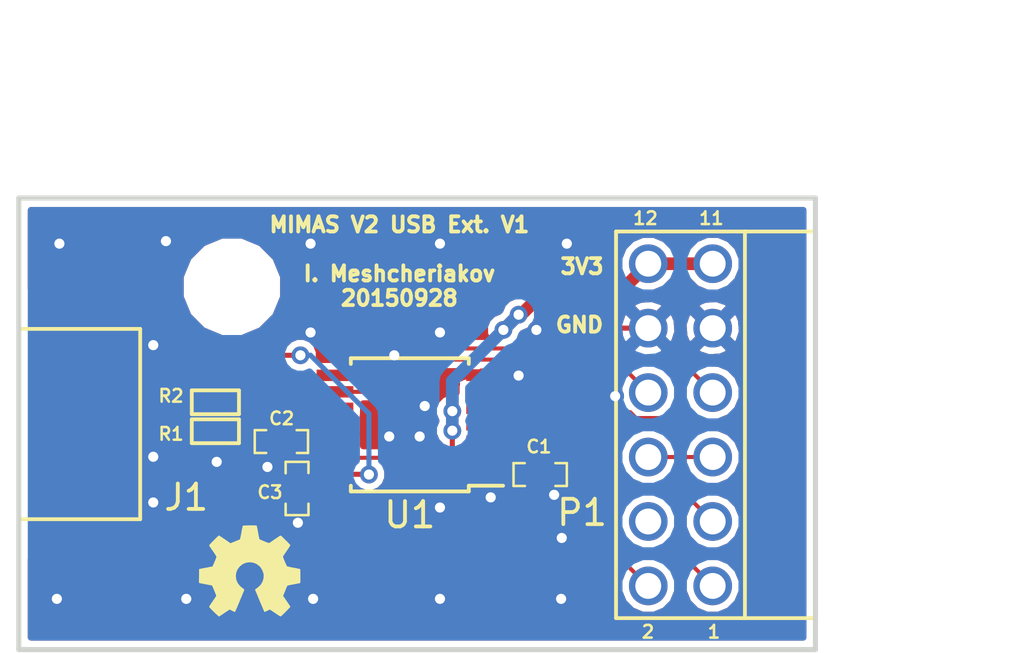
<source format=kicad_pcb>
(kicad_pcb (version 4) (host pcbnew "(2015-08-23 BZR 6117)-product")

  (general
    (links 27)
    (no_connects 0)
    (area 131.299999 95.099999 162.900001 113.100001)
    (thickness 1.6)
    (drawings 13)
    (tracks 272)
    (zones 0)
    (modules 13)
    (nets 16)
  )

  (page A4)
  (layers
    (0 F.Cu signal)
    (31 B.Cu signal)
    (33 F.Adhes user)
    (35 F.Paste user)
    (37 F.SilkS user)
    (39 F.Mask user)
    (40 Dwgs.User user)
    (41 Cmts.User user)
    (42 Eco1.User user)
    (43 Eco2.User user)
    (44 Edge.Cuts user)
    (45 Margin user)
    (47 F.CrtYd user)
    (49 F.Fab user)
  )

  (setup
    (last_trace_width 0.16)
    (trace_clearance 0.16)
    (zone_clearance 0.254)
    (zone_45_only no)
    (trace_min 0.1524)
    (segment_width 0.2)
    (edge_width 0.2)
    (via_size 0.7)
    (via_drill 0.35)
    (via_min_size 0.6858)
    (via_min_drill 0.3302)
    (uvia_size 0.3)
    (uvia_drill 0.1)
    (uvias_allowed no)
    (uvia_min_size 0.2)
    (uvia_min_drill 0.1)
    (pcb_text_width 0.3)
    (pcb_text_size 1.5 1.5)
    (mod_edge_width 0.15)
    (mod_text_size 1 1)
    (mod_text_width 0.15)
    (pad_size 1.524 1.524)
    (pad_drill 0.762)
    (pad_to_mask_clearance 0)
    (aux_axis_origin 131.4 113)
    (visible_elements FFFFFF7F)
    (pcbplotparams
      (layerselection 0x010a0_80000001)
      (usegerberextensions true)
      (excludeedgelayer true)
      (linewidth 0.100000)
      (plotframeref false)
      (viasonmask false)
      (mode 1)
      (useauxorigin false)
      (hpglpennumber 1)
      (hpglpenspeed 20)
      (hpglpendiameter 15)
      (hpglpenoverlay 2)
      (psnegative false)
      (psa4output false)
      (plotreference true)
      (plotvalue false)
      (plotinvisibletext false)
      (padsonsilk false)
      (subtractmaskfromsilk false)
      (outputformat 1)
      (mirror false)
      (drillshape 0)
      (scaleselection 1)
      (outputdirectory output/))
  )

  (net 0 "")
  (net 1 +3.3V)
  (net 2 GND)
  (net 3 "Net-(C2-Pad1)")
  (net 4 /USB_VBUS)
  (net 5 /USB_D-)
  (net 6 /USB_D+)
  (net 7 /SUS)
  (net 8 /BD)
  (net 9 /~OE)
  (net 10 /V+)
  (net 11 /V-)
  (net 12 /RCV)
  (net 13 /ENUM)
  (net 14 /DRV_D+)
  (net 15 /DRV_D-)

  (net_class Default "This is the default net class."
    (clearance 0.16)
    (trace_width 0.16)
    (via_dia 0.7)
    (via_drill 0.35)
    (uvia_dia 0.3)
    (uvia_drill 0.1)
    (add_net /BD)
    (add_net /DRV_D+)
    (add_net /DRV_D-)
    (add_net /ENUM)
    (add_net /RCV)
    (add_net /SUS)
    (add_net /USB_D+)
    (add_net /USB_D-)
    (add_net /V+)
    (add_net /V-)
    (add_net /~OE)
    (add_net "Net-(C2-Pad1)")
  )

  (net_class Power ""
    (clearance 0.2)
    (trace_width 0.2)
    (via_dia 0.7)
    (via_drill 0.4)
    (uvia_dia 0.3)
    (uvia_drill 0.1)
    (add_net +3.3V)
    (add_net /USB_VBUS)
    (add_net GND)
  )

  (module NPTH-M3 (layer F.Cu) (tedit 56088809) (tstamp 560887C9)
    (at 139.8 98.7)
    (attr virtual)
    (fp_text reference REF** (at 0 0.5) (layer F.SilkS) hide
      (effects (font (size 1 1) (thickness 0.15)))
    )
    (fp_text value NPTH-M3 (at 0 -0.5) (layer F.Fab) hide
      (effects (font (size 1 1) (thickness 0.15)))
    )
    (pad "" np_thru_hole circle (at 0 0) (size 3.2 3.2) (drill 3.2) (layers *.Cu)
      (clearance 0.3))
  )

  (module usb:FIDUCIAL-1MM (layer F.Cu) (tedit 5608851F) (tstamp 5608820E)
    (at 150.6 110.6)
    (solder_mask_margin 1)
    (clearance 0.5)
    (attr smd)
    (fp_text reference FID** (at 0 2.5) (layer F.SilkS) hide
      (effects (font (size 1 1) (thickness 0.15)))
    )
    (fp_text value FIDUCIAL-1MM (at 0 -1.5) (layer F.Fab) hide
      (effects (font (size 1 1) (thickness 0.15)))
    )
    (fp_circle (center 0 0) (end 1.5 0.5) (layer F.CrtYd) (width 0.15))
    (pad 1 smd circle (at 0 0) (size 1 1) (layers F.Cu F.Mask)
      (solder_mask_margin 0.75) (clearance 1))
  )

  (module usb:FIDUCIAL-1MM (layer F.Cu) (tedit 5608851F) (tstamp 560881F0)
    (at 135.2 110.6)
    (solder_mask_margin 1)
    (clearance 0.5)
    (attr smd)
    (fp_text reference FID** (at 0 2.5) (layer F.SilkS) hide
      (effects (font (size 1 1) (thickness 0.15)))
    )
    (fp_text value FIDUCIAL-1MM (at 0 -1.5) (layer F.Fab) hide
      (effects (font (size 1 1) (thickness 0.15)))
    )
    (fp_circle (center 0 0) (end 1.5 0.5) (layer F.CrtYd) (width 0.15))
    (pad 1 smd circle (at 0 0) (size 1 1) (layers F.Cu F.Mask)
      (solder_mask_margin 0.75) (clearance 1))
  )

  (module Housings_SSOP:TSSOP-14_4.4x5mm_Pitch0.65mm (layer F.Cu) (tedit 54130A77) (tstamp 56083FA4)
    (at 146.812 104.14 180)
    (descr "14-Lead Plastic Thin Shrink Small Outline (ST)-4.4 mm Body [TSSOP] (see Microchip Packaging Specification 00000049BS.pdf)")
    (tags "SSOP 0.65")
    (path /5607537E)
    (attr smd)
    (fp_text reference U1 (at 0 -3.55 180) (layer F.SilkS)
      (effects (font (size 1 1) (thickness 0.15)))
    )
    (fp_text value MAX3453EEUD (at 0 3.55 180) (layer F.Fab)
      (effects (font (size 1 1) (thickness 0.15)))
    )
    (fp_line (start -3.95 -2.8) (end -3.95 2.8) (layer F.CrtYd) (width 0.05))
    (fp_line (start 3.95 -2.8) (end 3.95 2.8) (layer F.CrtYd) (width 0.05))
    (fp_line (start -3.95 -2.8) (end 3.95 -2.8) (layer F.CrtYd) (width 0.05))
    (fp_line (start -3.95 2.8) (end 3.95 2.8) (layer F.CrtYd) (width 0.05))
    (fp_line (start -2.325 -2.625) (end -2.325 -2.4) (layer F.SilkS) (width 0.15))
    (fp_line (start 2.325 -2.625) (end 2.325 -2.4) (layer F.SilkS) (width 0.15))
    (fp_line (start 2.325 2.625) (end 2.325 2.4) (layer F.SilkS) (width 0.15))
    (fp_line (start -2.325 2.625) (end -2.325 2.4) (layer F.SilkS) (width 0.15))
    (fp_line (start -2.325 -2.625) (end 2.325 -2.625) (layer F.SilkS) (width 0.15))
    (fp_line (start -2.325 2.625) (end 2.325 2.625) (layer F.SilkS) (width 0.15))
    (fp_line (start -2.325 -2.4) (end -3.675 -2.4) (layer F.SilkS) (width 0.15))
    (pad 1 smd rect (at -2.95 -1.95 180) (size 1.45 0.45) (layers F.Cu F.Paste F.Mask)
      (net 1 +3.3V))
    (pad 2 smd rect (at -2.95 -1.3 180) (size 1.45 0.45) (layers F.Cu F.Paste F.Mask)
      (net 13 /ENUM))
    (pad 3 smd rect (at -2.95 -0.65 180) (size 1.45 0.45) (layers F.Cu F.Paste F.Mask)
      (net 12 /RCV))
    (pad 4 smd rect (at -2.95 0 180) (size 1.45 0.45) (layers F.Cu F.Paste F.Mask)
      (net 10 /V+))
    (pad 5 smd rect (at -2.95 0.65 180) (size 1.45 0.45) (layers F.Cu F.Paste F.Mask)
      (net 11 /V-))
    (pad 6 smd rect (at -2.95 1.3 180) (size 1.45 0.45) (layers F.Cu F.Paste F.Mask))
    (pad 7 smd rect (at -2.95 1.95 180) (size 1.45 0.45) (layers F.Cu F.Paste F.Mask)
      (net 2 GND))
    (pad 8 smd rect (at 2.95 1.95 180) (size 1.45 0.45) (layers F.Cu F.Paste F.Mask)
      (net 7 /SUS))
    (pad 9 smd rect (at 2.95 1.3 180) (size 1.45 0.45) (layers F.Cu F.Paste F.Mask)
      (net 9 /~OE))
    (pad 10 smd rect (at 2.95 0.65 180) (size 1.45 0.45) (layers F.Cu F.Paste F.Mask)
      (net 15 /DRV_D-))
    (pad 11 smd rect (at 2.95 0 180) (size 1.45 0.45) (layers F.Cu F.Paste F.Mask)
      (net 14 /DRV_D+))
    (pad 12 smd rect (at 2.95 -0.65 180) (size 1.45 0.45) (layers F.Cu F.Paste F.Mask)
      (net 3 "Net-(C2-Pad1)"))
    (pad 13 smd rect (at 2.95 -1.3 180) (size 1.45 0.45) (layers F.Cu F.Paste F.Mask)
      (net 8 /BD))
    (pad 14 smd rect (at 2.95 -1.95 180) (size 1.45 0.45) (layers F.Cu F.Paste F.Mask)
      (net 4 /USB_VBUS))
    (model Housings_SSOP.3dshapes/TSSOP-14_4.4x5mm_Pitch0.65mm.wrl
      (at (xyz 0 0 0))
      (scale (xyz 1 1 1))
      (rotate (xyz 0 0 0))
    )
  )

  (module gps:R0402 (layer F.Cu) (tedit 55FECC5D) (tstamp 56083F8C)
    (at 139.148 104.394 180)
    (path /560755A8)
    (attr smd)
    (fp_text reference R1 (at 1.748 -0.106 180) (layer F.SilkS)
      (effects (font (size 0.5 0.5) (thickness 0.1)))
    )
    (fp_text value "27 1%" (at 0 -0.5 180) (layer F.Fab) hide
      (effects (font (size 0.5 0.5) (thickness 0.1)))
    )
    (fp_line (start -0.93 0.47) (end -0.93 -0.47) (layer F.SilkS) (width 0.15))
    (fp_line (start 0.93 0.47) (end -0.93 0.47) (layer F.SilkS) (width 0.15))
    (fp_line (start 0.93 -0.47) (end 0.93 0.47) (layer F.SilkS) (width 0.15))
    (fp_line (start -0.93 -0.47) (end 0.93 -0.47) (layer F.SilkS) (width 0.15))
    (pad 1 smd rect (at -0.425 0 180) (size 0.6 0.55) (layers F.Cu F.Paste F.Mask)
      (net 14 /DRV_D+))
    (pad 2 smd rect (at 0.425 0 180) (size 0.6 0.55) (layers F.Cu F.Paste F.Mask)
      (net 6 /USB_D+))
  )

  (module gps:pin_array_6x2 (layer F.Cu) (tedit 56088BD5) (tstamp 56083F86)
    (at 157.48 104.14 90)
    (descr "2 x 6 pins right angle connector")
    (tags CONN)
    (path /56075A3A)
    (fp_text reference P1 (at -3.46 -3.88 180) (layer F.SilkS)
      (effects (font (size 1 1) (thickness 0.15)))
    )
    (fp_text value CONN_6X2 (at 0 3.81 90) (layer F.SilkS) hide
      (effects (font (size 1.016 1.016) (thickness 0.2032)))
    )
    (fp_line (start 7.62 5.334) (end 7.62 2.54) (layer F.SilkS) (width 0.15))
    (fp_line (start -7.62 5.334) (end 7.62 5.334) (layer F.SilkS) (width 0.15))
    (fp_line (start -7.62 2.54) (end -7.62 5.334) (layer F.SilkS) (width 0.15))
    (fp_line (start -7.62 -2.54) (end 7.62 -2.54) (layer F.SilkS) (width 0.15))
    (fp_line (start 7.62 -2.54) (end 7.62 2.54) (layer F.SilkS) (width 0.15))
    (fp_line (start 7.62 2.54) (end -7.62 2.54) (layer F.SilkS) (width 0.15))
    (fp_line (start -7.62 2.54) (end -7.62 -2.54) (layer F.SilkS) (width 0.15))
    (pad 1 thru_hole circle (at -6.35 1.27 90) (size 1.524 1.524) (drill 1.02) (layers *.Cu *.Mask)
      (net 13 /ENUM))
    (pad 2 thru_hole circle (at -6.35 -1.27 90) (size 1.524 1.524) (drill 1.02) (layers *.Cu *.Mask)
      (net 8 /BD))
    (pad 3 thru_hole circle (at -3.81 1.27 90) (size 1.524 1.524) (drill 1.02) (layers *.Cu *.Mask)
      (net 12 /RCV))
    (pad 4 thru_hole circle (at -3.81 -1.27 90) (size 1.524 1.524) (drill 1.02) (layers *.Cu *.Mask))
    (pad 5 thru_hole circle (at -1.27 1.27 90) (size 1.524 1.524) (drill 1.02) (layers *.Cu *.Mask)
      (net 11 /V-))
    (pad 6 thru_hole circle (at -1.27 -1.27 90) (size 1.524 1.524) (drill 1.02) (layers *.Cu *.Mask)
      (net 10 /V+))
    (pad 7 thru_hole circle (at 1.27 1.27 90) (size 1.524 1.524) (drill 1.02) (layers *.Cu *.Mask)
      (net 7 /SUS))
    (pad 8 thru_hole circle (at 1.27 -1.27 90) (size 1.524 1.524) (drill 1.02) (layers *.Cu *.Mask)
      (net 9 /~OE))
    (pad 9 thru_hole circle (at 3.81 1.27 90) (size 1.524 1.524) (drill 1.02) (layers *.Cu *.Mask)
      (net 2 GND))
    (pad 10 thru_hole circle (at 3.81 -1.27 90) (size 1.524 1.524) (drill 1.02) (layers *.Cu *.Mask)
      (net 2 GND))
    (pad 11 thru_hole circle (at 6.35 1.27 90) (size 1.524 1.524) (drill 1.02) (layers *.Cu *.Mask)
      (net 1 +3.3V))
    (pad 12 thru_hole circle (at 6.35 -1.27 90) (size 1.524 1.524) (drill 1.02) (layers *.Cu *.Mask)
      (net 1 +3.3V))
    (model pin_array/pins_array_6x2.wrl
      (at (xyz 0 0 0))
      (scale (xyz 1 1 1))
      (rotate (xyz 0 0 0))
    )
  )

  (module gps:C0402 (layer F.Cu) (tedit 55FED4B9) (tstamp 56083F67)
    (at 142.367 106.65 270)
    (path /5607547A)
    (attr smd)
    (fp_text reference C3 (at 0.15 1.067 360) (layer F.SilkS)
      (effects (font (size 0.5 0.5) (thickness 0.1)))
    )
    (fp_text value "0.1 uF" (at 0 -0.5 270) (layer F.Fab) hide
      (effects (font (size 0.5 0.5) (thickness 0.1)))
    )
    (fp_line (start -1.05 -0.45) (end -0.61 -0.45) (layer F.SilkS) (width 0.1))
    (fp_line (start -1.05 0.45) (end -0.6 0.45) (layer F.SilkS) (width 0.1))
    (fp_line (start -1.05 0.45) (end -1.05 -0.45) (layer F.SilkS) (width 0.1))
    (fp_line (start 1.05 0.45) (end 0.6 0.45) (layer F.SilkS) (width 0.1))
    (fp_line (start 1.05 -0.45) (end 1.05 0.45) (layer F.SilkS) (width 0.1))
    (fp_line (start 0.6 -0.45) (end 1.05 -0.45) (layer F.SilkS) (width 0.1))
    (pad 1 smd rect (at -0.55 0 270) (size 0.6 0.5) (layers F.Cu F.Paste F.Mask)
      (net 4 /USB_VBUS))
    (pad 2 smd rect (at 0.55 0 270) (size 0.6 0.5) (layers F.Cu F.Paste F.Mask)
      (net 2 GND))
  )

  (module gps:C0402 (layer F.Cu) (tedit 55FED4B9) (tstamp 56083F5B)
    (at 151.95 106.1)
    (path /560756B6)
    (attr smd)
    (fp_text reference C1 (at -0.05 -1.1) (layer F.SilkS)
      (effects (font (size 0.5 0.5) (thickness 0.1)))
    )
    (fp_text value "0.1 uF" (at 0 -0.5) (layer F.Fab) hide
      (effects (font (size 0.5 0.5) (thickness 0.1)))
    )
    (fp_line (start -1.05 -0.45) (end -0.61 -0.45) (layer F.SilkS) (width 0.1))
    (fp_line (start -1.05 0.45) (end -0.6 0.45) (layer F.SilkS) (width 0.1))
    (fp_line (start -1.05 0.45) (end -1.05 -0.45) (layer F.SilkS) (width 0.1))
    (fp_line (start 1.05 0.45) (end 0.6 0.45) (layer F.SilkS) (width 0.1))
    (fp_line (start 1.05 -0.45) (end 1.05 0.45) (layer F.SilkS) (width 0.1))
    (fp_line (start 0.6 -0.45) (end 1.05 -0.45) (layer F.SilkS) (width 0.1))
    (pad 1 smd rect (at -0.55 0) (size 0.6 0.5) (layers F.Cu F.Paste F.Mask)
      (net 1 +3.3V))
    (pad 2 smd rect (at 0.55 0) (size 0.6 0.5) (layers F.Cu F.Paste F.Mask)
      (net 2 GND))
  )

  (module gps:R0402 (layer F.Cu) (tedit 55FECC5D) (tstamp 56083F92)
    (at 139.148 103.251 180)
    (path /5607550A)
    (attr smd)
    (fp_text reference R2 (at 1.748 0.251 180) (layer F.SilkS)
      (effects (font (size 0.5 0.5) (thickness 0.1)))
    )
    (fp_text value "27 1%" (at 0 -0.5 180) (layer F.Fab) hide
      (effects (font (size 0.5 0.5) (thickness 0.1)))
    )
    (fp_line (start -0.93 0.47) (end -0.93 -0.47) (layer F.SilkS) (width 0.15))
    (fp_line (start 0.93 0.47) (end -0.93 0.47) (layer F.SilkS) (width 0.15))
    (fp_line (start 0.93 -0.47) (end 0.93 0.47) (layer F.SilkS) (width 0.15))
    (fp_line (start -0.93 -0.47) (end 0.93 -0.47) (layer F.SilkS) (width 0.15))
    (pad 1 smd rect (at -0.425 0 180) (size 0.6 0.55) (layers F.Cu F.Paste F.Mask)
      (net 15 /DRV_D-))
    (pad 2 smd rect (at 0.425 0 180) (size 0.6 0.55) (layers F.Cu F.Paste F.Mask)
      (net 5 /USB_D-))
  )

  (module gps:C0402 (layer F.Cu) (tedit 55FED4B9) (tstamp 56083F61)
    (at 141.75 104.8 180)
    (path /5607541C)
    (attr smd)
    (fp_text reference C2 (at -0.01 0.91 180) (layer F.SilkS)
      (effects (font (size 0.5 0.5) (thickness 0.1)))
    )
    (fp_text value "1 uF" (at 0 -0.5 180) (layer F.Fab) hide
      (effects (font (size 0.5 0.5) (thickness 0.1)))
    )
    (fp_line (start -1.05 -0.45) (end -0.61 -0.45) (layer F.SilkS) (width 0.1))
    (fp_line (start -1.05 0.45) (end -0.6 0.45) (layer F.SilkS) (width 0.1))
    (fp_line (start -1.05 0.45) (end -1.05 -0.45) (layer F.SilkS) (width 0.1))
    (fp_line (start 1.05 0.45) (end 0.6 0.45) (layer F.SilkS) (width 0.1))
    (fp_line (start 1.05 -0.45) (end 1.05 0.45) (layer F.SilkS) (width 0.1))
    (fp_line (start 0.6 -0.45) (end 1.05 -0.45) (layer F.SilkS) (width 0.1))
    (pad 1 smd rect (at -0.55 0 180) (size 0.6 0.5) (layers F.Cu F.Paste F.Mask)
      (net 3 "Net-(C2-Pad1)"))
    (pad 2 smd rect (at 0.55 0 180) (size 0.6 0.5) (layers F.Cu F.Paste F.Mask)
      (net 2 GND))
  )

  (module usb:ZX62-B-5PA11 (layer F.Cu) (tedit 56087EE1) (tstamp 560875D2)
    (at 132.834 104.11 270)
    (descr "Hirose bottom-mount USB micro-B connector")
    (path /560854A6)
    (attr smd)
    (fp_text reference J1 (at 2.89 -5.166 360) (layer F.SilkS)
      (effects (font (size 1 1) (thickness 0.15)))
    )
    (fp_text value ZX62-B-5PA11 (at 5.69 -1.966 360) (layer F.Fab)
      (effects (font (size 0.5 0.5) (thickness 0.125)))
    )
    (fp_line (start 3.75 1.45) (end -3.75 1.45) (layer F.SilkS) (width 0.15))
    (fp_line (start 3.75 -3.35) (end 3.75 1.45) (layer F.SilkS) (width 0.15))
    (fp_line (start -3.75 -3.35) (end 3.75 -3.35) (layer F.SilkS) (width 0.15))
    (fp_line (start -3.75 1.45) (end -3.75 -3.35) (layer F.SilkS) (width 0.15))
    (fp_line (start -3.75 2.15) (end -3.75 1.45) (layer F.Fab) (width 0.05))
    (fp_line (start 3.75 2.15) (end -3.75 2.15) (layer F.Fab) (width 0.05))
    (fp_line (start 3.75 1.45) (end 3.75 2.15) (layer F.Fab) (width 0.05))
    (fp_line (start -3.75 -3.35) (end -3.75 1.45) (layer F.Fab) (width 0.05))
    (fp_line (start 3.75 -3.35) (end 3.75 1.45) (layer F.Fab) (width 0.05))
    (fp_line (start 3.75 1.45) (end -3.75 1.45) (layer F.Fab) (width 0.05))
    (fp_line (start -3.75 -3.35) (end 3.75 -3.35) (layer F.Fab) (width 0.05))
    (pad 1 smd rect (at -1.3 -2.675 270) (size 0.4 1.35) (layers F.Cu F.Paste F.Mask)
      (net 4 /USB_VBUS))
    (pad 2 smd rect (at -0.65 -2.675 270) (size 0.4 1.35) (layers F.Cu F.Paste F.Mask)
      (net 5 /USB_D-))
    (pad 3 smd rect (at 0 -2.675 270) (size 0.4 1.35) (layers F.Cu F.Paste F.Mask)
      (net 6 /USB_D+))
    (pad 4 smd rect (at 0.65 -2.675 270) (size 0.4 1.35) (layers F.Cu F.Paste F.Mask))
    (pad 5 smd rect (at 1.3 -2.675 270) (size 0.4 1.35) (layers F.Cu F.Paste F.Mask)
      (net 2 GND))
    (pad 6 smd rect (at -3.1 -2.35 270) (size 2.1 2) (layers F.Cu F.Paste F.Mask)
      (net 2 GND))
    (pad 7 smd rect (at 3.1 -2.35 270) (size 2.1 2) (layers F.Cu F.Paste F.Mask)
      (net 2 GND))
    (pad 8 smd rect (at -4.15 0 270) (size 1.6 1.9) (layers F.Cu F.Paste F.Mask)
      (net 2 GND))
    (pad 9 smd rect (at -0.85 0 270) (size 1.2 1.9) (layers F.Cu F.Paste F.Mask))
    (pad 10 smd rect (at 0.85 0 270) (size 1.2 1.9) (layers F.Cu F.Paste F.Mask))
    (pad 11 smd rect (at 4.15 0 270) (size 1.6 1.9) (layers F.Cu F.Paste F.Mask)
      (net 2 GND))
  )

  (module usb:FIDUCIAL-1MM (layer F.Cu) (tedit 5608851F) (tstamp 56088206)
    (at 135.2 97.6)
    (solder_mask_margin 1)
    (clearance 0.5)
    (attr smd)
    (fp_text reference FID** (at 0 2.5) (layer F.SilkS) hide
      (effects (font (size 1 1) (thickness 0.15)))
    )
    (fp_text value FIDUCIAL-1MM (at 0 -1.5) (layer F.Fab) hide
      (effects (font (size 1 1) (thickness 0.15)))
    )
    (fp_circle (center 0 0) (end 1.5 0.5) (layer F.CrtYd) (width 0.15))
    (pad 1 smd circle (at 0 0) (size 1 1) (layers F.Cu F.Mask)
      (solder_mask_margin 0.75) (clearance 1))
  )

  (module usb:OSHW-LOGO (layer F.Cu) (tedit 0) (tstamp 56089089)
    (at 140.5 109.9)
    (fp_text reference G*** (at 0 2.1209) (layer F.SilkS) hide
      (effects (font (size 0.18034 0.18034) (thickness 0.03556)))
    )
    (fp_text value LOGO (at 0 -2.1209) (layer F.SilkS) hide
      (effects (font (size 0.18034 0.18034) (thickness 0.03556)))
    )
    (fp_poly (pts (xy -1.21158 1.79578) (xy -1.19126 1.78562) (xy -1.143 1.75514) (xy -1.07696 1.71196)
      (xy -0.99822 1.65862) (xy -0.91948 1.60528) (xy -0.85344 1.5621) (xy -0.80772 1.53162)
      (xy -0.78994 1.52146) (xy -0.77978 1.524) (xy -0.74168 1.54432) (xy -0.6858 1.57226)
      (xy -0.65532 1.5875) (xy -0.60452 1.61036) (xy -0.57912 1.61544) (xy -0.57658 1.60782)
      (xy -0.55626 1.56972) (xy -0.52832 1.50368) (xy -0.49022 1.41732) (xy -0.44704 1.31572)
      (xy -0.40132 1.2065) (xy -0.3556 1.09474) (xy -0.30988 0.98806) (xy -0.27178 0.89154)
      (xy -0.23876 0.81534) (xy -0.21844 0.75946) (xy -0.21082 0.7366) (xy -0.21336 0.73152)
      (xy -0.23876 0.70866) (xy -0.28194 0.67564) (xy -0.37846 0.5969) (xy -0.4699 0.48006)
      (xy -0.52832 0.34798) (xy -0.5461 0.20066) (xy -0.53086 0.06604) (xy -0.47752 -0.0635)
      (xy -0.38608 -0.18288) (xy -0.27432 -0.26924) (xy -0.14478 -0.32512) (xy 0 -0.3429)
      (xy 0.1397 -0.32766) (xy 0.27178 -0.27432) (xy 0.39116 -0.18542) (xy 0.43942 -0.127)
      (xy 0.508 -0.00762) (xy 0.54864 0.11938) (xy 0.55118 0.14986) (xy 0.5461 0.2921)
      (xy 0.50546 0.42672) (xy 0.4318 0.5461) (xy 0.32766 0.64516) (xy 0.31496 0.65532)
      (xy 0.2667 0.69088) (xy 0.23622 0.71374) (xy 0.21082 0.73406) (xy 0.38862 1.16586)
      (xy 0.41656 1.23444) (xy 0.46736 1.35128) (xy 0.51054 1.45288) (xy 0.54356 1.53416)
      (xy 0.56896 1.5875) (xy 0.57912 1.61036) (xy 0.57912 1.61036) (xy 0.59436 1.6129)
      (xy 0.62738 1.6002) (xy 0.68834 1.57226) (xy 0.72898 1.55194) (xy 0.7747 1.52908)
      (xy 0.79502 1.52146) (xy 0.8128 1.53162) (xy 0.85598 1.55956) (xy 0.91948 1.60274)
      (xy 0.99568 1.65354) (xy 1.06934 1.70434) (xy 1.13792 1.75006) (xy 1.18618 1.78054)
      (xy 1.21158 1.79324) (xy 1.21412 1.79324) (xy 1.23444 1.78054) (xy 1.27508 1.75006)
      (xy 1.3335 1.69418) (xy 1.41478 1.6129) (xy 1.42748 1.6002) (xy 1.49606 1.52908)
      (xy 1.55194 1.47066) (xy 1.59004 1.43002) (xy 1.60274 1.41224) (xy 1.60274 1.41224)
      (xy 1.59004 1.38684) (xy 1.55956 1.33858) (xy 1.51384 1.27) (xy 1.4605 1.19126)
      (xy 1.31826 0.98298) (xy 1.397 0.7874) (xy 1.41986 0.72898) (xy 1.45034 0.65532)
      (xy 1.4732 0.60452) (xy 1.4859 0.58166) (xy 1.50622 0.57404) (xy 1.55956 0.56134)
      (xy 1.6383 0.54356) (xy 1.72974 0.52832) (xy 1.81864 0.51054) (xy 1.89738 0.4953)
      (xy 1.9558 0.48514) (xy 1.9812 0.48006) (xy 1.98628 0.47498) (xy 1.99136 0.46228)
      (xy 1.99644 0.43688) (xy 1.99644 0.38862) (xy 1.99898 0.31242) (xy 1.99898 0.20066)
      (xy 1.99898 0.1905) (xy 1.99644 0.08382) (xy 1.99644 0) (xy 1.9939 -0.05334)
      (xy 1.98882 -0.07366) (xy 1.98882 -0.07366) (xy 1.96342 -0.08128) (xy 1.90754 -0.09144)
      (xy 1.8288 -0.10922) (xy 1.73228 -0.127) (xy 1.7272 -0.127) (xy 1.63322 -0.14478)
      (xy 1.55448 -0.16256) (xy 1.4986 -0.17526) (xy 1.47574 -0.18288) (xy 1.47066 -0.18796)
      (xy 1.45034 -0.22606) (xy 1.4224 -0.28448) (xy 1.39192 -0.3556) (xy 1.36144 -0.42926)
      (xy 1.3335 -0.49784) (xy 1.31572 -0.5461) (xy 1.31064 -0.56896) (xy 1.31064 -0.56896)
      (xy 1.32588 -0.59182) (xy 1.3589 -0.64262) (xy 1.40462 -0.70866) (xy 1.4605 -0.78994)
      (xy 1.46304 -0.79756) (xy 1.51892 -0.8763) (xy 1.5621 -0.94488) (xy 1.59258 -0.99314)
      (xy 1.60274 -1.01346) (xy 1.60274 -1.016) (xy 1.58496 -1.03886) (xy 1.54432 -1.08458)
      (xy 1.4859 -1.14554) (xy 1.41478 -1.21666) (xy 1.39192 -1.23698) (xy 1.31572 -1.31318)
      (xy 1.26238 -1.36398) (xy 1.22682 -1.38938) (xy 1.21158 -1.397) (xy 1.21158 -1.39446)
      (xy 1.18618 -1.38176) (xy 1.13538 -1.34874) (xy 1.0668 -1.30048) (xy 0.98552 -1.24714)
      (xy 0.98044 -1.24206) (xy 0.9017 -1.18872) (xy 0.83566 -1.143) (xy 0.7874 -1.11252)
      (xy 0.76708 -1.09982) (xy 0.762 -1.09982) (xy 0.73152 -1.10998) (xy 0.6731 -1.12776)
      (xy 0.60452 -1.1557) (xy 0.53086 -1.18618) (xy 0.46228 -1.21412) (xy 0.41148 -1.23698)
      (xy 0.38862 -1.24968) (xy 0.38862 -1.25222) (xy 0.37846 -1.28016) (xy 0.36576 -1.34112)
      (xy 0.34798 -1.4224) (xy 0.3302 -1.52146) (xy 0.32766 -1.5367) (xy 0.30988 -1.63068)
      (xy 0.29464 -1.70942) (xy 0.28194 -1.7653) (xy 0.27686 -1.78816) (xy 0.26416 -1.7907)
      (xy 0.2159 -1.79324) (xy 0.14478 -1.79578) (xy 0.05842 -1.79578) (xy -0.03048 -1.79578)
      (xy -0.11684 -1.79324) (xy -0.19304 -1.7907) (xy -0.24638 -1.78816) (xy -0.26924 -1.78308)
      (xy -0.27178 -1.78054) (xy -0.2794 -1.7526) (xy -0.2921 -1.69164) (xy -0.30988 -1.61036)
      (xy -0.32766 -1.5113) (xy -0.3302 -1.49352) (xy -0.34798 -1.39954) (xy -0.36576 -1.3208)
      (xy -0.37592 -1.26746) (xy -0.38354 -1.24714) (xy -0.39116 -1.24206) (xy -0.42926 -1.22428)
      (xy -0.49276 -1.19888) (xy -0.57404 -1.16586) (xy -0.75692 -1.0922) (xy -0.98044 -1.24714)
      (xy -1.00076 -1.25984) (xy -1.08204 -1.31572) (xy -1.14808 -1.3589) (xy -1.1938 -1.38938)
      (xy -1.21412 -1.39954) (xy -1.21412 -1.39954) (xy -1.23698 -1.37922) (xy -1.2827 -1.33858)
      (xy -1.34366 -1.27762) (xy -1.41224 -1.20904) (xy -1.46558 -1.1557) (xy -1.52654 -1.0922)
      (xy -1.56718 -1.05156) (xy -1.5875 -1.02362) (xy -1.59512 -1.00584) (xy -1.59258 -0.99568)
      (xy -1.57988 -0.97282) (xy -1.54686 -0.92456) (xy -1.50114 -0.85598) (xy -1.44526 -0.77724)
      (xy -1.39954 -0.70866) (xy -1.35128 -0.635) (xy -1.3208 -0.58166) (xy -1.3081 -0.55372)
      (xy -1.31064 -0.54356) (xy -1.32842 -0.50038) (xy -1.35382 -0.4318) (xy -1.38684 -0.35306)
      (xy -1.46558 -0.17526) (xy -1.58242 -0.15494) (xy -1.65354 -0.1397) (xy -1.7526 -0.12192)
      (xy -1.84658 -0.10414) (xy -1.9939 -0.07366) (xy -1.99898 0.46482) (xy -1.97612 0.47498)
      (xy -1.95326 0.4826) (xy -1.89992 0.49276) (xy -1.82118 0.508) (xy -1.72974 0.52578)
      (xy -1.651 0.54102) (xy -1.57226 0.55626) (xy -1.51638 0.56642) (xy -1.49098 0.5715)
      (xy -1.48336 0.58166) (xy -1.46304 0.61976) (xy -1.4351 0.68072) (xy -1.40462 0.75438)
      (xy -1.37414 0.82804) (xy -1.3462 0.89916) (xy -1.32588 0.9525) (xy -1.31826 0.98044)
      (xy -1.32842 1.00076) (xy -1.3589 1.04648) (xy -1.40208 1.11252) (xy -1.45542 1.19126)
      (xy -1.5113 1.27) (xy -1.55448 1.33858) (xy -1.5875 1.38684) (xy -1.6002 1.40716)
      (xy -1.59258 1.4224) (xy -1.5621 1.4605) (xy -1.50368 1.52146) (xy -1.41478 1.61036)
      (xy -1.39954 1.62306) (xy -1.33096 1.69164) (xy -1.27 1.74498) (xy -1.22936 1.78308)
      (xy -1.21158 1.79578)) (layer F.SilkS) (width 0.00254))
  )

  (gr_text "MIMAS V2 USB Ext. V1\n\nI. Meshcheriakov\n20150928" (at 146.4 97.7) (layer F.SilkS)
    (effects (font (size 0.6 0.6) (thickness 0.15)))
  )
  (gr_text 11 (at 158.7 96) (layer F.SilkS) (tstamp 56088BAE)
    (effects (font (size 0.5 0.5) (thickness 0.1)))
  )
  (gr_text "12\n" (at 156.1 96) (layer F.SilkS) (tstamp 56088B9C)
    (effects (font (size 0.5 0.5) (thickness 0.1)))
  )
  (gr_text "2\n" (at 156.2 112.3) (layer F.SilkS) (tstamp 56088B8E)
    (effects (font (size 0.5 0.5) (thickness 0.1)))
  )
  (gr_text 1 (at 158.8 112.3) (layer F.SilkS)
    (effects (font (size 0.5 0.5) (thickness 0.1)))
  )
  (gr_text GND (at 153.5 100.2) (layer F.SilkS)
    (effects (font (size 0.6 0.6) (thickness 0.15)))
  )
  (gr_text 3V3 (at 153.6 97.9) (layer F.SilkS)
    (effects (font (size 0.6 0.6) (thickness 0.15)))
  )
  (dimension 17.8 (width 0.3) (layer F.Fab)
    (gr_text "17.800 mm" (at 168.35 104.1 270) (layer F.Fab)
      (effects (font (size 1.5 1.5) (thickness 0.3)))
    )
    (feature1 (pts (xy 162.8 113) (xy 169.7 113)))
    (feature2 (pts (xy 162.8 95.2) (xy 169.7 95.2)))
    (crossbar (pts (xy 167 95.2) (xy 167 113)))
    (arrow1a (pts (xy 167 113) (xy 166.413579 111.873496)))
    (arrow1b (pts (xy 167 113) (xy 167.586421 111.873496)))
    (arrow2a (pts (xy 167 95.2) (xy 166.413579 96.326504)))
    (arrow2b (pts (xy 167 95.2) (xy 167.586421 96.326504)))
  )
  (dimension 31.4 (width 0.3) (layer F.Fab)
    (gr_text "31.400 mm" (at 147.1 89.25) (layer F.Fab)
      (effects (font (size 1.5 1.5) (thickness 0.3)))
    )
    (feature1 (pts (xy 162.8 95.3) (xy 162.8 87.9)))
    (feature2 (pts (xy 131.4 95.3) (xy 131.4 87.9)))
    (crossbar (pts (xy 131.4 90.6) (xy 162.8 90.6)))
    (arrow1a (pts (xy 162.8 90.6) (xy 161.673496 91.186421)))
    (arrow1b (pts (xy 162.8 90.6) (xy 161.673496 90.013579)))
    (arrow2a (pts (xy 131.4 90.6) (xy 132.526504 91.186421)))
    (arrow2b (pts (xy 131.4 90.6) (xy 132.526504 90.013579)))
  )
  (gr_line (start 131.4 113) (end 162.8 113) (layer Edge.Cuts) (width 0.2))
  (gr_line (start 131.4 95.2) (end 131.4 113) (layer Edge.Cuts) (width 0.2))
  (gr_line (start 162.8 95.2) (end 131.4 95.2) (layer Edge.Cuts) (width 0.2))
  (gr_line (start 162.8 113) (end 162.8 95.2) (layer Edge.Cuts) (width 0.2))

  (segment (start 148.48698 103.6) (end 148.48698 104.371064) (width 0.5) (layer B.Cu) (net 1))
  (segment (start 148.48698 104.371064) (end 148.487022 104.371106) (width 0.2) (layer B.Cu) (net 1))
  (segment (start 148.48698 103.6) (end 148.48698 104.371064) (width 0.2) (layer F.Cu) (net 1))
  (segment (start 148.48698 104.371064) (end 148.487022 104.371106) (width 0.2) (layer F.Cu) (net 1))
  (segment (start 148.4 104.4) (end 148.486998 104.313002) (width 0.2) (layer F.Cu) (net 1))
  (segment (start 148.486998 103.599982) (end 148.48698 103.6) (width 0.5) (layer B.Cu) (net 1))
  (segment (start 148.486998 103) (end 148.486998 103.599982) (width 0.5) (layer B.Cu) (net 1))
  (segment (start 148.48698 102.41302) (end 148.48698 103.6) (width 0.5) (layer B.Cu) (net 1))
  (segment (start 150.5 100.4) (end 148.48698 102.41302) (width 0.5) (layer B.Cu) (net 1))
  (via (at 148.48698 103.6) (size 0.7) (drill 0.4) (layers F.Cu B.Cu) (net 1))
  (segment (start 148.487022 105.740022) (end 148.487022 104.371106) (width 0.2) (layer F.Cu) (net 1))
  (segment (start 148.837 106.09) (end 148.487022 105.740022) (width 0.2) (layer F.Cu) (net 1))
  (segment (start 149.762 106.09) (end 148.837 106.09) (width 0.2) (layer F.Cu) (net 1) (status 10))
  (via (at 148.487022 104.371106) (size 0.7) (drill 0.4) (layers F.Cu B.Cu) (net 1))
  (segment (start 156.21 97.79) (end 155 99) (width 0.5) (layer F.Cu) (net 1) (status 10))
  (segment (start 151.2 99.8) (end 151.1 99.8) (width 0.5) (layer F.Cu) (net 1))
  (segment (start 155 99) (end 152 99) (width 0.5) (layer F.Cu) (net 1))
  (segment (start 152 99) (end 151.2 99.8) (width 0.5) (layer F.Cu) (net 1))
  (segment (start 150.5 100.4) (end 151.1 99.8) (width 0.5) (layer B.Cu) (net 1))
  (segment (start 151.1 99.8) (end 150.5 100.4) (width 0.5) (layer F.Cu) (net 1))
  (via (at 150.5 100.4) (size 0.7) (drill 0.4) (layers F.Cu B.Cu) (net 1))
  (via (at 151.1 99.8) (size 0.7) (drill 0.4) (layers F.Cu B.Cu) (net 1))
  (segment (start 156.21 97.79) (end 158.75 97.79) (width 0.5) (layer F.Cu) (net 1) (status 30))
  (segment (start 149.762 106.09) (end 151.39 106.09) (width 0.2) (layer F.Cu) (net 1) (status 30))
  (segment (start 151.39 106.09) (end 151.4 106.1) (width 0.2) (layer F.Cu) (net 1) (status 30))
  (segment (start 142.9 100.5) (end 145.3 100.5) (width 0.2) (layer F.Cu) (net 2))
  (segment (start 145.3 100.5) (end 146.2 101.4) (width 0.2) (layer F.Cu) (net 2))
  (via (at 146.2 101.4) (size 0.7) (drill 0.4) (layers F.Cu B.Cu) (net 2))
  (segment (start 137.449999 96.650001) (end 137.2 96.9) (width 0.2) (layer F.Cu) (net 2))
  (segment (start 142.550001 96.650001) (end 137.449999 96.650001) (width 0.2) (layer F.Cu) (net 2))
  (segment (start 142.9 97) (end 142.550001 96.650001) (width 0.2) (layer F.Cu) (net 2))
  (segment (start 137.1 97) (end 137.2 96.9) (width 0.2) (layer B.Cu) (net 2))
  (segment (start 133 97) (end 137.1 97) (width 0.2) (layer B.Cu) (net 2))
  (via (at 137.2 96.9) (size 0.7) (drill 0.4) (layers F.Cu B.Cu) (net 2))
  (segment (start 137.4 96.9) (end 137.2 96.9) (width 0.2) (layer B.Cu) (net 2))
  (via (at 148 100.5) (size 0.7) (drill 0.4) (layers F.Cu B.Cu) (net 2))
  (segment (start 142.9 100.5) (end 148 100.5) (width 0.2) (layer F.Cu) (net 2))
  (segment (start 142.9 97) (end 142.9 100.5) (width 0.2) (layer B.Cu) (net 2))
  (via (at 142.9 100.5) (size 0.7) (drill 0.4) (layers F.Cu B.Cu) (net 2))
  (segment (start 148 97) (end 153 97) (width 0.2) (layer F.Cu) (net 2))
  (via (at 153 97) (size 0.7) (drill 0.4) (layers F.Cu B.Cu) (net 2))
  (segment (start 142.9 97) (end 148 97) (width 0.2) (layer B.Cu) (net 2))
  (via (at 148 97) (size 0.7) (drill 0.4) (layers F.Cu B.Cu) (net 2))
  (via (at 142.9 97) (size 0.7) (drill 0.4) (layers F.Cu B.Cu) (net 2))
  (segment (start 156.21 100.33) (end 151.87 100.33) (width 0.2) (layer F.Cu) (net 2) (status 10))
  (segment (start 151.87 100.33) (end 151.8 100.4) (width 0.2) (layer F.Cu) (net 2))
  (via (at 151.8 100.4) (size 0.7) (drill 0.4) (layers F.Cu B.Cu) (net 2))
  (segment (start 152.5 106.9) (end 150.1 106.9) (width 0.2) (layer F.Cu) (net 2))
  (segment (start 150.1 106.9) (end 150 107) (width 0.2) (layer F.Cu) (net 2))
  (via (at 150 107) (size 0.7) (drill 0.4) (layers F.Cu B.Cu) (net 2))
  (segment (start 138 106.8) (end 139.2 105.6) (width 0.2) (layer F.Cu) (net 2))
  (segment (start 138 111) (end 138 106.8) (width 0.2) (layer F.Cu) (net 2))
  (via (at 139.2 105.6) (size 0.7) (drill 0.4) (layers F.Cu B.Cu) (net 2))
  (segment (start 141.2 104.8) (end 141.2 105.799998) (width 0.2) (layer F.Cu) (net 2) (status 10))
  (via (at 141.2 105.799998) (size 0.7) (drill 0.4) (layers F.Cu B.Cu) (net 2))
  (segment (start 152.775358 111) (end 152.775358 108.624642) (width 0.2) (layer F.Cu) (net 2))
  (segment (start 152.775358 108.624642) (end 152.8 108.6) (width 0.2) (layer F.Cu) (net 2))
  (via (at 152.8 108.6) (size 0.7) (drill 0.4) (layers F.Cu B.Cu) (net 2))
  (segment (start 148 111) (end 148 107.4) (width 0.2) (layer B.Cu) (net 2))
  (via (at 148 107.4) (size 0.7) (drill 0.4) (layers F.Cu B.Cu) (net 2))
  (segment (start 146 104.6) (end 147.2 104.6) (width 0.2) (layer F.Cu) (net 2))
  (via (at 147.2 104.6) (size 0.7) (drill 0.4) (layers F.Cu B.Cu) (net 2))
  (segment (start 147.4 103.4) (end 147.2 103.4) (width 0.2) (layer B.Cu) (net 2))
  (segment (start 147.2 103.4) (end 146 104.6) (width 0.2) (layer B.Cu) (net 2))
  (via (at 146 104.6) (size 0.7) (drill 0.4) (layers F.Cu B.Cu) (net 2))
  (segment (start 149.762 102.19) (end 148.61 102.19) (width 0.2) (layer F.Cu) (net 2) (status 10))
  (segment (start 148.61 102.19) (end 147.4 103.4) (width 0.2) (layer F.Cu) (net 2))
  (via (at 147.4 103.4) (size 0.7) (drill 0.4) (layers F.Cu B.Cu) (net 2))
  (segment (start 151.1 102.2) (end 151.8 102.2) (width 0.2) (layer F.Cu) (net 2))
  (segment (start 151.1 102.2) (end 154.095353 102.2) (width 0.2) (layer F.Cu) (net 2))
  (segment (start 154.095353 102.2) (end 154.905505 103.010152) (width 0.2) (layer F.Cu) (net 2))
  (via (at 154.905505 103.010152) (size 0.7) (drill 0.4) (layers F.Cu B.Cu) (net 2))
  (segment (start 132.834 99.96) (end 132.834 97.166) (width 0.2) (layer F.Cu) (net 2) (status 10))
  (segment (start 132.834 97.166) (end 133 97) (width 0.2) (layer F.Cu) (net 2))
  (via (at 133 97) (size 0.7) (drill 0.4) (layers F.Cu B.Cu) (net 2))
  (segment (start 148 111) (end 152.775358 111) (width 0.2) (layer B.Cu) (net 2))
  (segment (start 153 111) (end 152.775358 111) (width 0.2) (layer B.Cu) (net 2))
  (via (at 152.775358 111) (size 0.7) (drill 0.4) (layers F.Cu B.Cu) (net 2))
  (segment (start 143 111) (end 148 111) (width 0.2) (layer F.Cu) (net 2))
  (via (at 148 111) (size 0.7) (drill 0.4) (layers F.Cu B.Cu) (net 2))
  (segment (start 138 111) (end 143 111) (width 0.2) (layer B.Cu) (net 2))
  (via (at 143 111) (size 0.7) (drill 0.4) (layers F.Cu B.Cu) (net 2))
  (via (at 138 111) (size 0.7) (drill 0.4) (layers F.Cu B.Cu) (net 2))
  (segment (start 132.9 111) (end 138 111) (width 0.2) (layer B.Cu) (net 2))
  (segment (start 132.834 108.26) (end 132.834 110.934) (width 0.2) (layer F.Cu) (net 2) (status 10))
  (segment (start 132.834 110.934) (end 132.9 111) (width 0.2) (layer F.Cu) (net 2))
  (via (at 132.9 111) (size 0.7) (drill 0.4) (layers F.Cu B.Cu) (net 2))
  (segment (start 135.184 101.01) (end 136.69 101.01) (width 0.2) (layer F.Cu) (net 2) (status 10))
  (segment (start 136.69 101.01) (end 136.7 101) (width 0.2) (layer F.Cu) (net 2))
  (via (at 136.7 101) (size 0.7) (drill 0.4) (layers F.Cu B.Cu) (net 2))
  (segment (start 135.184 107.21) (end 136.69 107.21) (width 0.2) (layer F.Cu) (net 2) (status 10))
  (segment (start 136.69 107.21) (end 136.7 107.2) (width 0.2) (layer F.Cu) (net 2))
  (via (at 136.7 107.2) (size 0.7) (drill 0.4) (layers F.Cu B.Cu) (net 2))
  (via (at 136.7 105.4) (size 0.7) (drill 0.4) (layers F.Cu B.Cu) (net 2))
  (segment (start 136.69 105.41) (end 136.7 105.4) (width 0.2) (layer F.Cu) (net 2))
  (segment (start 135.509 105.41) (end 136.69 105.41) (width 0.2) (layer F.Cu) (net 2) (status 10))
  (segment (start 142.367 107.2) (end 142.367 107.967) (width 0.2) (layer F.Cu) (net 2) (status 10))
  (segment (start 142.367 107.967) (end 142.4 108) (width 0.2) (layer F.Cu) (net 2))
  (via (at 142.4 108) (size 0.7) (drill 0.4) (layers F.Cu B.Cu) (net 2))
  (segment (start 152.5 106.1) (end 152.5 106.9) (width 0.2) (layer F.Cu) (net 2) (status 10))
  (via (at 152.5 106.9) (size 0.7) (drill 0.4) (layers F.Cu B.Cu) (net 2))
  (segment (start 149.762 102.19) (end 151.09 102.19) (width 0.2) (layer F.Cu) (net 2) (status 10))
  (segment (start 151.09 102.19) (end 151.1 102.2) (width 0.2) (layer F.Cu) (net 2))
  (via (at 151.1 102.2) (size 0.7) (drill 0.4) (layers F.Cu B.Cu) (net 2))
  (segment (start 143.862 104.79) (end 142.31 104.79) (width 0.16) (layer F.Cu) (net 3) (status 30))
  (segment (start 142.31 104.79) (end 142.3 104.8) (width 0.16) (layer F.Cu) (net 3) (status 30))
  (segment (start 145.2 106.1) (end 145.2 103.7) (width 0.2) (layer B.Cu) (net 4))
  (segment (start 145.2 103.7) (end 142.9 101.4) (width 0.2) (layer B.Cu) (net 4))
  (segment (start 142.9 101.4) (end 142.5 101.4) (width 0.2) (layer B.Cu) (net 4))
  (segment (start 138.4 101.4) (end 142.5 101.4) (width 0.2) (layer F.Cu) (net 4))
  (segment (start 136.99 102.81) (end 138.4 101.4) (width 0.2) (layer F.Cu) (net 4))
  (segment (start 135.509 102.81) (end 136.99 102.81) (width 0.2) (layer F.Cu) (net 4) (status 10))
  (via (at 142.5 101.4) (size 0.7) (drill 0.4) (layers F.Cu B.Cu) (net 4))
  (segment (start 143.862 106.09) (end 145.19 106.09) (width 0.2) (layer F.Cu) (net 4) (status 10))
  (segment (start 145.19 106.09) (end 145.2 106.1) (width 0.2) (layer F.Cu) (net 4))
  (via (at 145.2 106.1) (size 0.7) (drill 0.4) (layers F.Cu B.Cu) (net 4))
  (segment (start 143.862 106.09) (end 142.377 106.09) (width 0.2) (layer F.Cu) (net 4) (status 30))
  (segment (start 142.377 106.09) (end 142.367 106.1) (width 0.2) (layer F.Cu) (net 4) (status 30))
  (segment (start 138.273 103.251) (end 138.723 103.251) (width 0.16) (layer F.Cu) (net 5) (status 20))
  (segment (start 137.455416 103.615) (end 137.492916 103.6525) (width 0.16) (layer F.Cu) (net 5))
  (segment (start 137.8715 103.6525) (end 138.273 103.251) (width 0.16) (layer F.Cu) (net 5))
  (segment (start 137.492916 103.6525) (end 137.8715 103.6525) (width 0.16) (layer F.Cu) (net 5))
  (segment (start 135.509 103.46) (end 136.5215 103.46) (width 0.16) (layer F.Cu) (net 5) (status 10))
  (segment (start 136.5215 103.46) (end 136.6765 103.615) (width 0.16) (layer F.Cu) (net 5))
  (segment (start 136.6765 103.615) (end 137.455416 103.615) (width 0.16) (layer F.Cu) (net 5))
  (segment (start 137.314584 103.955) (end 137.352084 103.9925) (width 0.16) (layer F.Cu) (net 6))
  (segment (start 137.352084 103.9925) (end 137.8715 103.9925) (width 0.16) (layer F.Cu) (net 6))
  (segment (start 137.8715 103.9925) (end 138.273 104.394) (width 0.16) (layer F.Cu) (net 6))
  (segment (start 138.273 104.394) (end 138.723 104.394) (width 0.16) (layer F.Cu) (net 6) (status 20))
  (segment (start 135.509 104.11) (end 136.5215 104.11) (width 0.16) (layer F.Cu) (net 6) (status 10))
  (segment (start 136.5215 104.11) (end 136.6765 103.955) (width 0.16) (layer F.Cu) (net 6))
  (segment (start 136.6765 103.955) (end 137.314584 103.955) (width 0.16) (layer F.Cu) (net 6))
  (segment (start 143.862 102.19) (end 146.51 102.19) (width 0.16) (layer F.Cu) (net 7) (status 10))
  (segment (start 155.8 101.6) (end 157.48 101.6) (width 0.16) (layer F.Cu) (net 7))
  (segment (start 146.51 102.19) (end 147.569999 101.130001) (width 0.16) (layer F.Cu) (net 7))
  (segment (start 147.569999 101.130001) (end 155.330001 101.130001) (width 0.16) (layer F.Cu) (net 7))
  (segment (start 155.330001 101.130001) (end 155.8 101.6) (width 0.16) (layer F.Cu) (net 7))
  (segment (start 157.48 101.6) (end 158.75 102.87) (width 0.16) (layer F.Cu) (net 7) (status 20))
  (segment (start 143.862 105.44) (end 147.24 105.44) (width 0.16) (layer F.Cu) (net 8) (status 10))
  (segment (start 147.24 105.44) (end 149.6 107.8) (width 0.16) (layer F.Cu) (net 8))
  (segment (start 149.6 107.8) (end 153.5 107.8) (width 0.16) (layer F.Cu) (net 8))
  (segment (start 153.5 107.8) (end 156.19 110.49) (width 0.16) (layer F.Cu) (net 8) (status 20))
  (segment (start 156.19 110.49) (end 156.21 110.49) (width 0.16) (layer F.Cu) (net 8) (status 30))
  (segment (start 143.862 102.84) (end 146.76 102.84) (width 0.16) (layer F.Cu) (net 9) (status 10))
  (segment (start 146.76 102.84) (end 148.030002 101.569998) (width 0.16) (layer F.Cu) (net 9))
  (segment (start 148.030002 101.569998) (end 154.909998 101.569998) (width 0.16) (layer F.Cu) (net 9))
  (segment (start 154.909998 101.569998) (end 156.21 102.87) (width 0.16) (layer F.Cu) (net 9) (status 20))
  (segment (start 149.762 104.14) (end 150.8495 104.14) (width 0.16) (layer F.Cu) (net 10) (status 10))
  (segment (start 151.769359 104.096176) (end 151.77392 104.055703) (width 0.16) (layer F.Cu) (net 10))
  (segment (start 151.77392 104.055703) (end 151.780645 104.036482) (width 0.16) (layer F.Cu) (net 10))
  (segment (start 151.780645 104.036482) (end 151.79148 104.019239) (width 0.16) (layer F.Cu) (net 10))
  (segment (start 151.200936 103.98728) (end 151.220157 103.994005) (width 0.16) (layer F.Cu) (net 10))
  (segment (start 153.6807 104.16688) (end 153.700936 104.164599) (width 0.16) (layer F.Cu) (net 10))
  (segment (start 150.8495 104.14) (end 151.0045 103.985) (width 0.16) (layer F.Cu) (net 10))
  (segment (start 157.31 104.950416) (end 157.31 105.41) (width 0.16) (layer F.Cu) (net 10))
  (segment (start 157.31 105.41) (end 156.21 105.41) (width 0.16) (layer F.Cu) (net 10) (status 20))
  (segment (start 151.280645 104.115397) (end 151.29148 104.13264) (width 0.16) (layer F.Cu) (net 10))
  (segment (start 155.588211 104.211992) (end 156.571576 104.211992) (width 0.16) (layer F.Cu) (net 10))
  (segment (start 156.571576 104.211992) (end 157.31 104.950416) (width 0.16) (layer F.Cu) (net 10))
  (segment (start 152.700936 104.164599) (end 152.720157 104.157874) (width 0.16) (layer F.Cu) (net 10))
  (segment (start 152.36258 104.16688) (end 152.6807 104.16688) (width 0.16) (layer F.Cu) (net 10))
  (segment (start 152.342343 104.164599) (end 152.36258 104.16688) (width 0.16) (layer F.Cu) (net 10))
  (segment (start 152.323122 104.157874) (end 152.342343 104.164599) (width 0.16) (layer F.Cu) (net 10))
  (segment (start 151.0045 103.985) (end 151.1807 103.985) (width 0.16) (layer F.Cu) (net 10))
  (segment (start 152.29148 104.13264) (end 152.305879 104.147039) (width 0.16) (layer F.Cu) (net 10))
  (segment (start 152.27392 104.096176) (end 152.280645 104.115397) (width 0.16) (layer F.Cu) (net 10))
  (segment (start 152.262634 104.036482) (end 152.269359 104.055703) (width 0.16) (layer F.Cu) (net 10))
  (segment (start 152.251799 104.019239) (end 152.262634 104.036482) (width 0.16) (layer F.Cu) (net 10))
  (segment (start 152.2374 104.00484) (end 152.251799 104.019239) (width 0.16) (layer F.Cu) (net 10))
  (segment (start 151.1807 103.985) (end 151.200936 103.98728) (width 0.16) (layer F.Cu) (net 10))
  (segment (start 152.6807 104.16688) (end 152.700936 104.164599) (width 0.16) (layer F.Cu) (net 10))
  (segment (start 151.262634 104.036482) (end 151.269359 104.055703) (width 0.16) (layer F.Cu) (net 10))
  (segment (start 153.305879 104.147039) (end 153.323122 104.157874) (width 0.16) (layer F.Cu) (net 10))
  (segment (start 153.36258 104.16688) (end 153.6807 104.16688) (width 0.16) (layer F.Cu) (net 10))
  (segment (start 153.720157 104.157874) (end 153.7374 104.147039) (width 0.16) (layer F.Cu) (net 10))
  (segment (start 151.323122 104.157874) (end 151.342343 104.164599) (width 0.16) (layer F.Cu) (net 10))
  (segment (start 151.220157 103.994005) (end 151.2374 104.00484) (width 0.16) (layer F.Cu) (net 10))
  (segment (start 151.342343 104.164599) (end 151.36258 104.16688) (width 0.16) (layer F.Cu) (net 10))
  (segment (start 151.305879 104.147039) (end 151.323122 104.157874) (width 0.16) (layer F.Cu) (net 10))
  (segment (start 151.269359 104.055703) (end 151.27392 104.096176) (width 0.16) (layer F.Cu) (net 10))
  (segment (start 151.36258 104.16688) (end 151.6807 104.16688) (width 0.16) (layer F.Cu) (net 10))
  (segment (start 153.7374 104.147039) (end 153.751799 104.13264) (width 0.16) (layer F.Cu) (net 10))
  (segment (start 153.762634 104.115397) (end 153.769359 104.096176) (width 0.16) (layer F.Cu) (net 10))
  (segment (start 151.2374 104.00484) (end 151.251799 104.019239) (width 0.16) (layer F.Cu) (net 10))
  (segment (start 151.29148 104.13264) (end 151.305879 104.147039) (width 0.16) (layer F.Cu) (net 10))
  (segment (start 151.79148 104.019239) (end 151.805879 104.00484) (width 0.16) (layer F.Cu) (net 10))
  (segment (start 151.805879 104.00484) (end 151.823122 103.994005) (width 0.16) (layer F.Cu) (net 10))
  (segment (start 152.842343 103.98728) (end 152.86258 103.985) (width 0.16) (layer F.Cu) (net 10))
  (segment (start 152.805879 104.00484) (end 152.823122 103.994005) (width 0.16) (layer F.Cu) (net 10))
  (segment (start 152.79148 104.019239) (end 152.805879 104.00484) (width 0.16) (layer F.Cu) (net 10))
  (segment (start 152.780645 104.036482) (end 152.79148 104.019239) (width 0.16) (layer F.Cu) (net 10))
  (segment (start 152.77392 104.055703) (end 152.780645 104.036482) (width 0.16) (layer F.Cu) (net 10))
  (segment (start 152.769359 104.096176) (end 152.77392 104.055703) (width 0.16) (layer F.Cu) (net 10))
  (segment (start 152.762634 104.115397) (end 152.769359 104.096176) (width 0.16) (layer F.Cu) (net 10))
  (segment (start 152.751799 104.13264) (end 152.762634 104.115397) (width 0.16) (layer F.Cu) (net 10))
  (segment (start 152.7374 104.147039) (end 152.751799 104.13264) (width 0.16) (layer F.Cu) (net 10))
  (segment (start 151.700936 104.164599) (end 151.720157 104.157874) (width 0.16) (layer F.Cu) (net 10))
  (segment (start 151.27392 104.096176) (end 151.280645 104.115397) (width 0.16) (layer F.Cu) (net 10))
  (segment (start 151.251799 104.019239) (end 151.262634 104.036482) (width 0.16) (layer F.Cu) (net 10))
  (segment (start 151.762634 104.115397) (end 151.769359 104.096176) (width 0.16) (layer F.Cu) (net 10))
  (segment (start 153.77392 104.055703) (end 153.780645 104.036482) (width 0.16) (layer F.Cu) (net 10))
  (segment (start 151.6807 104.16688) (end 151.700936 104.164599) (width 0.16) (layer F.Cu) (net 10))
  (segment (start 151.720157 104.157874) (end 151.7374 104.147039) (width 0.16) (layer F.Cu) (net 10))
  (segment (start 151.823122 103.994005) (end 151.842343 103.98728) (width 0.16) (layer F.Cu) (net 10))
  (segment (start 151.842343 103.98728) (end 151.86258 103.985) (width 0.16) (layer F.Cu) (net 10))
  (segment (start 151.86258 103.985) (end 152.1807 103.985) (width 0.16) (layer F.Cu) (net 10))
  (segment (start 151.7374 104.147039) (end 151.751799 104.13264) (width 0.16) (layer F.Cu) (net 10))
  (segment (start 151.751799 104.13264) (end 151.762634 104.115397) (width 0.16) (layer F.Cu) (net 10))
  (segment (start 152.280645 104.115397) (end 152.29148 104.13264) (width 0.16) (layer F.Cu) (net 10))
  (segment (start 152.200936 103.98728) (end 152.220157 103.994005) (width 0.16) (layer F.Cu) (net 10))
  (segment (start 152.1807 103.985) (end 152.200936 103.98728) (width 0.16) (layer F.Cu) (net 10))
  (segment (start 152.220157 103.994005) (end 152.2374 104.00484) (width 0.16) (layer F.Cu) (net 10))
  (segment (start 153.823122 103.994005) (end 153.842343 103.98728) (width 0.16) (layer F.Cu) (net 10))
  (segment (start 153.842343 103.98728) (end 153.86258 103.985) (width 0.16) (layer F.Cu) (net 10))
  (segment (start 153.86258 103.985) (end 155.36122 103.985) (width 0.16) (layer F.Cu) (net 10))
  (segment (start 152.305879 104.147039) (end 152.323122 104.157874) (width 0.16) (layer F.Cu) (net 10))
  (segment (start 152.269359 104.055703) (end 152.27392 104.096176) (width 0.16) (layer F.Cu) (net 10))
  (segment (start 152.720157 104.157874) (end 152.7374 104.147039) (width 0.16) (layer F.Cu) (net 10))
  (segment (start 153.251799 104.019239) (end 153.262634 104.036482) (width 0.16) (layer F.Cu) (net 10))
  (segment (start 153.220157 103.994005) (end 153.2374 104.00484) (width 0.16) (layer F.Cu) (net 10))
  (segment (start 153.200936 103.98728) (end 153.220157 103.994005) (width 0.16) (layer F.Cu) (net 10))
  (segment (start 152.86258 103.985) (end 153.1807 103.985) (width 0.16) (layer F.Cu) (net 10))
  (segment (start 152.823122 103.994005) (end 152.842343 103.98728) (width 0.16) (layer F.Cu) (net 10))
  (segment (start 153.269359 104.055703) (end 153.27392 104.096176) (width 0.16) (layer F.Cu) (net 10))
  (segment (start 153.280645 104.115397) (end 153.29148 104.13264) (width 0.16) (layer F.Cu) (net 10))
  (segment (start 153.1807 103.985) (end 153.200936 103.98728) (width 0.16) (layer F.Cu) (net 10))
  (segment (start 153.805879 104.00484) (end 153.823122 103.994005) (width 0.16) (layer F.Cu) (net 10))
  (segment (start 153.2374 104.00484) (end 153.251799 104.019239) (width 0.16) (layer F.Cu) (net 10))
  (segment (start 153.262634 104.036482) (end 153.269359 104.055703) (width 0.16) (layer F.Cu) (net 10))
  (segment (start 153.27392 104.096176) (end 153.280645 104.115397) (width 0.16) (layer F.Cu) (net 10))
  (segment (start 153.29148 104.13264) (end 153.305879 104.147039) (width 0.16) (layer F.Cu) (net 10))
  (segment (start 153.751799 104.13264) (end 153.762634 104.115397) (width 0.16) (layer F.Cu) (net 10))
  (segment (start 153.769359 104.096176) (end 153.77392 104.055703) (width 0.16) (layer F.Cu) (net 10))
  (segment (start 153.780645 104.036482) (end 153.79148 104.019239) (width 0.16) (layer F.Cu) (net 10))
  (segment (start 153.323122 104.157874) (end 153.342343 104.164599) (width 0.16) (layer F.Cu) (net 10))
  (segment (start 153.342343 104.164599) (end 153.36258 104.16688) (width 0.16) (layer F.Cu) (net 10))
  (segment (start 153.700936 104.164599) (end 153.720157 104.157874) (width 0.16) (layer F.Cu) (net 10))
  (segment (start 153.79148 104.019239) (end 153.805879 104.00484) (width 0.16) (layer F.Cu) (net 10))
  (segment (start 155.36122 103.985) (end 155.588211 104.211992) (width 0.16) (layer F.Cu) (net 10))
  (segment (start 156.701689 103.861273) (end 157.65 104.809584) (width 0.16) (layer F.Cu) (net 11))
  (segment (start 157.65 104.809584) (end 157.65 105.41) (width 0.16) (layer F.Cu) (net 11))
  (segment (start 157.65 105.41) (end 158.75 105.41) (width 0.16) (layer F.Cu) (net 11) (status 20))
  (segment (start 149.762 103.49) (end 150.8495 103.49) (width 0.16) (layer F.Cu) (net 11) (status 10))
  (segment (start 150.8495 103.49) (end 151.0045 103.645) (width 0.16) (layer F.Cu) (net 11))
  (segment (start 151.0045 103.645) (end 155.502038 103.645) (width 0.16) (layer F.Cu) (net 11))
  (segment (start 155.502038 103.645) (end 155.729039 103.872001) (width 0.16) (layer F.Cu) (net 11))
  (segment (start 155.729039 103.872001) (end 156.690961 103.872001) (width 0.16) (layer F.Cu) (net 11))
  (segment (start 156.690961 103.872001) (end 156.701689 103.861273) (width 0.16) (layer F.Cu) (net 11))
  (segment (start 149.762 104.79) (end 153.69 104.79) (width 0.16) (layer F.Cu) (net 12) (status 10))
  (segment (start 153.69 104.79) (end 155.5 106.6) (width 0.16) (layer F.Cu) (net 12))
  (segment (start 155.5 106.6) (end 157.4 106.6) (width 0.16) (layer F.Cu) (net 12))
  (segment (start 157.4 106.6) (end 158.75 107.95) (width 0.16) (layer F.Cu) (net 12) (status 20))
  (segment (start 149.762 105.44) (end 153.24 105.44) (width 0.16) (layer F.Cu) (net 13) (status 10))
  (segment (start 153.24 105.44) (end 154.6 106.8) (width 0.16) (layer F.Cu) (net 13))
  (segment (start 154.6 106.8) (end 154.6 107.9) (width 0.16) (layer F.Cu) (net 13))
  (segment (start 154.6 107.9) (end 155.9 109.2) (width 0.16) (layer F.Cu) (net 13))
  (segment (start 155.9 109.2) (end 157.46 109.2) (width 0.16) (layer F.Cu) (net 13))
  (segment (start 157.46 109.2) (end 158.75 110.49) (width 0.16) (layer F.Cu) (net 13) (status 20))
  (segment (start 141.455416 103.985) (end 141.447916 103.9925) (width 0.16) (layer F.Cu) (net 14))
  (segment (start 141.447916 103.9925) (end 140.4245 103.9925) (width 0.16) (layer F.Cu) (net 14))
  (segment (start 140.4245 103.9925) (end 140.023 104.394) (width 0.16) (layer F.Cu) (net 14))
  (segment (start 140.023 104.394) (end 139.573 104.394) (width 0.16) (layer F.Cu) (net 14) (status 20))
  (segment (start 143.862 104.14) (end 142.7745 104.14) (width 0.16) (layer F.Cu) (net 14) (status 10))
  (segment (start 142.7745 104.14) (end 142.6195 103.985) (width 0.16) (layer F.Cu) (net 14))
  (segment (start 142.6195 103.985) (end 141.455416 103.985) (width 0.16) (layer F.Cu) (net 14))
  (segment (start 141.314584 103.645) (end 141.307084 103.6525) (width 0.16) (layer F.Cu) (net 15))
  (segment (start 141.307084 103.6525) (end 140.4245 103.6525) (width 0.16) (layer F.Cu) (net 15))
  (segment (start 140.4245 103.6525) (end 140.023 103.251) (width 0.16) (layer F.Cu) (net 15))
  (segment (start 140.023 103.251) (end 139.573 103.251) (width 0.16) (layer F.Cu) (net 15) (status 20))
  (segment (start 143.862 103.49) (end 142.7745 103.49) (width 0.16) (layer F.Cu) (net 15) (status 10))
  (segment (start 142.7745 103.49) (end 142.6195 103.645) (width 0.16) (layer F.Cu) (net 15))
  (segment (start 142.6195 103.645) (end 141.314584 103.645) (width 0.16) (layer F.Cu) (net 15))

  (zone (net 2) (net_name GND) (layer B.Cu) (tstamp 0) (hatch edge 0.508)
    (connect_pads (clearance 0.254))
    (min_thickness 0.254)
    (fill yes (arc_segments 16) (thermal_gap 0.254) (thermal_bridge_width 0.508))
    (polygon
      (pts
        (xy 131.4 95.3) (xy 162.8 95.3) (xy 162.8 113) (xy 131.4 113)
      )
    )
    (filled_polygon
      (pts
        (xy 162.319 112.519) (xy 131.881 112.519) (xy 131.881 110.716359) (xy 155.066802 110.716359) (xy 155.240446 111.136612)
        (xy 155.561697 111.458423) (xy 155.981646 111.632801) (xy 156.436359 111.633198) (xy 156.856612 111.459554) (xy 157.178423 111.138303)
        (xy 157.352801 110.718354) (xy 157.352802 110.716359) (xy 157.606802 110.716359) (xy 157.780446 111.136612) (xy 158.101697 111.458423)
        (xy 158.521646 111.632801) (xy 158.976359 111.633198) (xy 159.396612 111.459554) (xy 159.718423 111.138303) (xy 159.892801 110.718354)
        (xy 159.893198 110.263641) (xy 159.719554 109.843388) (xy 159.398303 109.521577) (xy 158.978354 109.347199) (xy 158.523641 109.346802)
        (xy 158.103388 109.520446) (xy 157.781577 109.841697) (xy 157.607199 110.261646) (xy 157.606802 110.716359) (xy 157.352802 110.716359)
        (xy 157.353198 110.263641) (xy 157.179554 109.843388) (xy 156.858303 109.521577) (xy 156.438354 109.347199) (xy 155.983641 109.346802)
        (xy 155.563388 109.520446) (xy 155.241577 109.841697) (xy 155.067199 110.261646) (xy 155.066802 110.716359) (xy 131.881 110.716359)
        (xy 131.881 108.176359) (xy 155.066802 108.176359) (xy 155.240446 108.596612) (xy 155.561697 108.918423) (xy 155.981646 109.092801)
        (xy 156.436359 109.093198) (xy 156.856612 108.919554) (xy 157.178423 108.598303) (xy 157.352801 108.178354) (xy 157.352802 108.176359)
        (xy 157.606802 108.176359) (xy 157.780446 108.596612) (xy 158.101697 108.918423) (xy 158.521646 109.092801) (xy 158.976359 109.093198)
        (xy 159.396612 108.919554) (xy 159.718423 108.598303) (xy 159.892801 108.178354) (xy 159.893198 107.723641) (xy 159.719554 107.303388)
        (xy 159.398303 106.981577) (xy 158.978354 106.807199) (xy 158.523641 106.806802) (xy 158.103388 106.980446) (xy 157.781577 107.301697)
        (xy 157.607199 107.721646) (xy 157.606802 108.176359) (xy 157.352802 108.176359) (xy 157.353198 107.723641) (xy 157.179554 107.303388)
        (xy 156.858303 106.981577) (xy 156.438354 106.807199) (xy 155.983641 106.806802) (xy 155.563388 106.980446) (xy 155.241577 107.301697)
        (xy 155.067199 107.721646) (xy 155.066802 108.176359) (xy 131.881 108.176359) (xy 131.881 101.544767) (xy 141.768874 101.544767)
        (xy 141.879927 101.813537) (xy 142.085381 102.01935) (xy 142.353957 102.130873) (xy 142.644767 102.131126) (xy 142.861385 102.041621)
        (xy 144.719 103.899236) (xy 144.719 105.547272) (xy 144.58065 105.685381) (xy 144.469127 105.953957) (xy 144.468874 106.244767)
        (xy 144.579927 106.513537) (xy 144.785381 106.71935) (xy 145.053957 106.830873) (xy 145.344767 106.831126) (xy 145.613537 106.720073)
        (xy 145.81935 106.514619) (xy 145.930873 106.246043) (xy 145.931126 105.955233) (xy 145.820073 105.686463) (xy 145.770057 105.636359)
        (xy 155.066802 105.636359) (xy 155.240446 106.056612) (xy 155.561697 106.378423) (xy 155.981646 106.552801) (xy 156.436359 106.553198)
        (xy 156.856612 106.379554) (xy 157.178423 106.058303) (xy 157.352801 105.638354) (xy 157.352802 105.636359) (xy 157.606802 105.636359)
        (xy 157.780446 106.056612) (xy 158.101697 106.378423) (xy 158.521646 106.552801) (xy 158.976359 106.553198) (xy 159.396612 106.379554)
        (xy 159.718423 106.058303) (xy 159.892801 105.638354) (xy 159.893198 105.183641) (xy 159.719554 104.763388) (xy 159.398303 104.441577)
        (xy 158.978354 104.267199) (xy 158.523641 104.266802) (xy 158.103388 104.440446) (xy 157.781577 104.761697) (xy 157.607199 105.181646)
        (xy 157.606802 105.636359) (xy 157.352802 105.636359) (xy 157.353198 105.183641) (xy 157.179554 104.763388) (xy 156.858303 104.441577)
        (xy 156.438354 104.267199) (xy 155.983641 104.266802) (xy 155.563388 104.440446) (xy 155.241577 104.761697) (xy 155.067199 105.181646)
        (xy 155.066802 105.636359) (xy 145.770057 105.636359) (xy 145.681 105.547147) (xy 145.681 103.744767) (xy 147.755854 103.744767)
        (xy 147.855473 103.985865) (xy 147.756149 104.225063) (xy 147.755896 104.515873) (xy 147.866949 104.784643) (xy 148.072403 104.990456)
        (xy 148.340979 105.101979) (xy 148.631789 105.102232) (xy 148.900559 104.991179) (xy 149.106372 104.785725) (xy 149.217895 104.517149)
        (xy 149.218148 104.226339) (xy 149.118529 103.985241) (xy 149.217853 103.746043) (xy 149.218106 103.455233) (xy 149.117998 103.212952)
        (xy 149.117998 103.096359) (xy 155.066802 103.096359) (xy 155.240446 103.516612) (xy 155.561697 103.838423) (xy 155.981646 104.012801)
        (xy 156.436359 104.013198) (xy 156.856612 103.839554) (xy 157.178423 103.518303) (xy 157.352801 103.098354) (xy 157.352802 103.096359)
        (xy 157.606802 103.096359) (xy 157.780446 103.516612) (xy 158.101697 103.838423) (xy 158.521646 104.012801) (xy 158.976359 104.013198)
        (xy 159.396612 103.839554) (xy 159.718423 103.518303) (xy 159.892801 103.098354) (xy 159.893198 102.643641) (xy 159.719554 102.223388)
        (xy 159.398303 101.901577) (xy 158.978354 101.727199) (xy 158.523641 101.726802) (xy 158.103388 101.900446) (xy 157.781577 102.221697)
        (xy 157.607199 102.641646) (xy 157.606802 103.096359) (xy 157.352802 103.096359) (xy 157.353198 102.643641) (xy 157.179554 102.223388)
        (xy 156.858303 101.901577) (xy 156.438354 101.727199) (xy 155.983641 101.726802) (xy 155.563388 101.900446) (xy 155.241577 102.221697)
        (xy 155.067199 102.641646) (xy 155.066802 103.096359) (xy 149.117998 103.096359) (xy 149.117998 103) (xy 149.11798 102.99991)
        (xy 149.11798 102.674388) (xy 150.621208 101.17116) (xy 155.548445 101.17116) (xy 155.631824 101.341856) (xy 156.063055 101.486091)
        (xy 156.516657 101.454322) (xy 156.788176 101.341856) (xy 156.871555 101.17116) (xy 158.088445 101.17116) (xy 158.171824 101.341856)
        (xy 158.603055 101.486091) (xy 159.056657 101.454322) (xy 159.328176 101.341856) (xy 159.411555 101.17116) (xy 158.75 100.509605)
        (xy 158.088445 101.17116) (xy 156.871555 101.17116) (xy 156.21 100.509605) (xy 155.548445 101.17116) (xy 150.621208 101.17116)
        (xy 150.672844 101.119525) (xy 150.913537 101.020073) (xy 151.11935 100.814619) (xy 151.219901 100.572467) (xy 151.272843 100.519525)
        (xy 151.513537 100.420073) (xy 151.71935 100.214619) (xy 151.732456 100.183055) (xy 155.053909 100.183055) (xy 155.085678 100.636657)
        (xy 155.198144 100.908176) (xy 155.36884 100.991555) (xy 156.030395 100.33) (xy 156.389605 100.33) (xy 157.05116 100.991555)
        (xy 157.221856 100.908176) (xy 157.366091 100.476945) (xy 157.345508 100.183055) (xy 157.593909 100.183055) (xy 157.625678 100.636657)
        (xy 157.738144 100.908176) (xy 157.90884 100.991555) (xy 158.570395 100.33) (xy 158.929605 100.33) (xy 159.59116 100.991555)
        (xy 159.761856 100.908176) (xy 159.906091 100.476945) (xy 159.874322 100.023343) (xy 159.761856 99.751824) (xy 159.59116 99.668445)
        (xy 158.929605 100.33) (xy 158.570395 100.33) (xy 157.90884 99.668445) (xy 157.738144 99.751824) (xy 157.593909 100.183055)
        (xy 157.345508 100.183055) (xy 157.334322 100.023343) (xy 157.221856 99.751824) (xy 157.05116 99.668445) (xy 156.389605 100.33)
        (xy 156.030395 100.33) (xy 155.36884 99.668445) (xy 155.198144 99.751824) (xy 155.053909 100.183055) (xy 151.732456 100.183055)
        (xy 151.830873 99.946043) (xy 151.831126 99.655233) (xy 151.762375 99.48884) (xy 155.548445 99.48884) (xy 156.21 100.150395)
        (xy 156.871555 99.48884) (xy 158.088445 99.48884) (xy 158.75 100.150395) (xy 159.411555 99.48884) (xy 159.328176 99.318144)
        (xy 158.896945 99.173909) (xy 158.443343 99.205678) (xy 158.171824 99.318144) (xy 158.088445 99.48884) (xy 156.871555 99.48884)
        (xy 156.788176 99.318144) (xy 156.356945 99.173909) (xy 155.903343 99.205678) (xy 155.631824 99.318144) (xy 155.548445 99.48884)
        (xy 151.762375 99.48884) (xy 151.720073 99.386463) (xy 151.514619 99.18065) (xy 151.246043 99.069127) (xy 150.955233 99.068874)
        (xy 150.686463 99.179927) (xy 150.48065 99.385381) (xy 150.380099 99.627533) (xy 150.327157 99.680475) (xy 150.086463 99.779927)
        (xy 149.88065 99.985381) (xy 149.7801 100.227531) (xy 148.040796 101.966836) (xy 147.904012 102.171547) (xy 147.85598 102.41302)
        (xy 147.85598 103.213437) (xy 147.756107 103.453957) (xy 147.755854 103.744767) (xy 145.681 103.744767) (xy 145.681 103.7)
        (xy 145.644386 103.515929) (xy 145.540118 103.359882) (xy 143.240118 101.059882) (xy 143.099708 100.966062) (xy 142.914619 100.78065)
        (xy 142.646043 100.669127) (xy 142.355233 100.668874) (xy 142.086463 100.779927) (xy 141.88065 100.985381) (xy 141.769127 101.253957)
        (xy 141.768874 101.544767) (xy 131.881 101.544767) (xy 131.881 99.101426) (xy 137.772649 99.101426) (xy 138.080591 99.846703)
        (xy 138.650298 100.417405) (xy 139.395036 100.726647) (xy 140.201426 100.727351) (xy 140.946703 100.419409) (xy 141.517405 99.849702)
        (xy 141.826647 99.104964) (xy 141.827351 98.298574) (xy 141.710743 98.016359) (xy 155.066802 98.016359) (xy 155.240446 98.436612)
        (xy 155.561697 98.758423) (xy 155.981646 98.932801) (xy 156.436359 98.933198) (xy 156.856612 98.759554) (xy 157.178423 98.438303)
        (xy 157.352801 98.018354) (xy 157.352802 98.016359) (xy 157.606802 98.016359) (xy 157.780446 98.436612) (xy 158.101697 98.758423)
        (xy 158.521646 98.932801) (xy 158.976359 98.933198) (xy 159.396612 98.759554) (xy 159.718423 98.438303) (xy 159.892801 98.018354)
        (xy 159.893198 97.563641) (xy 159.719554 97.143388) (xy 159.398303 96.821577) (xy 158.978354 96.647199) (xy 158.523641 96.646802)
        (xy 158.103388 96.820446) (xy 157.781577 97.141697) (xy 157.607199 97.561646) (xy 157.606802 98.016359) (xy 157.352802 98.016359)
        (xy 157.353198 97.563641) (xy 157.179554 97.143388) (xy 156.858303 96.821577) (xy 156.438354 96.647199) (xy 155.983641 96.646802)
        (xy 155.563388 96.820446) (xy 155.241577 97.141697) (xy 155.067199 97.561646) (xy 155.066802 98.016359) (xy 141.710743 98.016359)
        (xy 141.519409 97.553297) (xy 140.949702 96.982595) (xy 140.204964 96.673353) (xy 139.398574 96.672649) (xy 138.653297 96.980591)
        (xy 138.082595 97.550298) (xy 137.773353 98.295036) (xy 137.772649 99.101426) (xy 131.881 99.101426) (xy 131.881 95.681)
        (xy 162.319 95.681)
      )
    )
  )
  (zone (net 2) (net_name GND) (layer F.Cu) (tstamp 0) (hatch edge 0.508)
    (connect_pads (clearance 0.254))
    (min_thickness 0.254)
    (fill yes (arc_segments 16) (thermal_gap 0.254) (thermal_bridge_width 0.508))
    (polygon
      (pts
        (xy 131.4 95.3) (xy 162.8 95.3) (xy 162.8 113) (xy 131.4 113)
      )
    )
    (filled_polygon
      (pts
        (xy 162.319 112.519) (xy 131.881 112.519) (xy 131.881 110.922211) (xy 133.572718 110.922211) (xy 133.819892 111.520418)
        (xy 134.277175 111.978499) (xy 134.87495 112.226717) (xy 135.522211 112.227282) (xy 136.120418 111.980108) (xy 136.578499 111.522825)
        (xy 136.826717 110.92505) (xy 136.826719 110.922211) (xy 148.972718 110.922211) (xy 149.219892 111.520418) (xy 149.677175 111.978499)
        (xy 150.27495 112.226717) (xy 150.922211 112.227282) (xy 151.520418 111.980108) (xy 151.978499 111.522825) (xy 152.226717 110.92505)
        (xy 152.227282 110.277789) (xy 151.980108 109.679582) (xy 151.522825 109.221501) (xy 150.92505 108.973283) (xy 150.277789 108.972718)
        (xy 149.679582 109.219892) (xy 149.221501 109.677175) (xy 148.973283 110.27495) (xy 148.972718 110.922211) (xy 136.826719 110.922211)
        (xy 136.827282 110.277789) (xy 136.580108 109.679582) (xy 136.122825 109.221501) (xy 135.52505 108.973283) (xy 134.877789 108.972718)
        (xy 134.279582 109.219892) (xy 133.821501 109.677175) (xy 133.573283 110.27495) (xy 133.572718 110.922211) (xy 131.881 110.922211)
        (xy 131.881 109.441) (xy 132.61175 109.441) (xy 132.707 109.34575) (xy 132.707 108.387) (xy 132.687 108.387)
        (xy 132.687 108.133) (xy 132.707 108.133) (xy 132.707 108.113) (xy 132.961 108.113) (xy 132.961 108.133)
        (xy 132.981 108.133) (xy 132.981 108.387) (xy 132.961 108.387) (xy 132.961 109.34575) (xy 133.05625 109.441)
        (xy 133.859785 109.441) (xy 133.999819 109.382996) (xy 134.106996 109.27582) (xy 134.165 109.135786) (xy 134.165 108.641)
        (xy 134.96175 108.641) (xy 135.057 108.54575) (xy 135.057 108.027) (xy 135.311 108.027) (xy 135.311 108.54575)
        (xy 135.40625 108.641) (xy 136.259785 108.641) (xy 136.399819 108.582996) (xy 136.506996 108.47582) (xy 136.565 108.335786)
        (xy 136.565 107.43225) (xy 136.555 107.42225) (xy 141.736 107.42225) (xy 141.736 107.575786) (xy 141.794004 107.71582)
        (xy 141.901181 107.822996) (xy 142.041215 107.881) (xy 142.14675 107.881) (xy 142.242 107.78575) (xy 142.242 107.327)
        (xy 142.492 107.327) (xy 142.492 107.78575) (xy 142.58725 107.881) (xy 142.692785 107.881) (xy 142.832819 107.822996)
        (xy 142.939996 107.71582) (xy 142.998 107.575786) (xy 142.998 107.42225) (xy 142.90275 107.327) (xy 142.492 107.327)
        (xy 142.242 107.327) (xy 141.83125 107.327) (xy 141.736 107.42225) (xy 136.555 107.42225) (xy 136.46975 107.337)
        (xy 136.327 107.337) (xy 136.327 107.083) (xy 136.46975 107.083) (xy 136.565 106.98775) (xy 136.565 106.084214)
        (xy 136.506996 105.94418) (xy 136.447815 105.885) (xy 136.506996 105.82582) (xy 136.565 105.685786) (xy 136.565 105.60525)
        (xy 136.46975 105.51) (xy 136.327 105.51) (xy 136.327 105.320732) (xy 136.343679 105.31) (xy 136.46975 105.31)
        (xy 136.565 105.21475) (xy 136.565 105.134214) (xy 136.562012 105.127) (xy 140.519503 105.127) (xy 140.577004 105.265819)
        (xy 140.68418 105.372996) (xy 140.824214 105.431) (xy 140.97775 105.431) (xy 141.073 105.33575) (xy 141.073 105.127)
        (xy 141.327 105.127) (xy 141.327 105.33575) (xy 141.42225 105.431) (xy 141.575786 105.431) (xy 141.71582 105.372996)
        (xy 141.749114 105.339702) (xy 141.848866 105.407859) (xy 141.987425 105.435917) (xy 141.97581 105.438103) (xy 141.846135 105.521546)
        (xy 141.759141 105.648866) (xy 141.728536 105.8) (xy 141.728536 106.4) (xy 141.755103 106.54119) (xy 141.82632 106.651865)
        (xy 141.794004 106.68418) (xy 141.736 106.824214) (xy 141.736 106.97775) (xy 141.83125 107.073) (xy 142.242 107.073)
        (xy 142.242 107.053) (xy 142.492 107.053) (xy 142.492 107.073) (xy 142.90275 107.073) (xy 142.998 106.97775)
        (xy 142.998 106.824214) (xy 142.939996 106.68418) (xy 142.906702 106.650886) (xy 142.921662 106.62899) (xy 142.985866 106.672859)
        (xy 143.137 106.703464) (xy 144.587 106.703464) (xy 144.72819 106.676897) (xy 144.737209 106.671094) (xy 144.785381 106.71935)
        (xy 145.053957 106.830873) (xy 145.344767 106.831126) (xy 145.613537 106.720073) (xy 145.81935 106.514619) (xy 145.930873 106.246043)
        (xy 145.931126 105.955233) (xy 145.908717 105.901) (xy 147.049048 105.901) (xy 149.274024 108.125976) (xy 149.423583 108.225908)
        (xy 149.6 108.261) (xy 153.309048 108.261) (xy 155.138348 110.090301) (xy 155.067199 110.261646) (xy 155.066802 110.716359)
        (xy 155.240446 111.136612) (xy 155.561697 111.458423) (xy 155.981646 111.632801) (xy 156.436359 111.633198) (xy 156.856612 111.459554)
        (xy 157.178423 111.138303) (xy 157.349211 110.727) (xy 157.611199 110.727) (xy 157.780446 111.136612) (xy 158.101697 111.458423)
        (xy 158.521646 111.632801) (xy 158.976359 111.633198) (xy 159.396612 111.459554) (xy 159.718423 111.138303) (xy 159.892801 110.718354)
        (xy 159.893198 110.263641) (xy 159.719554 109.843388) (xy 159.398303 109.521577) (xy 158.978354 109.347199) (xy 158.927 109.347154)
        (xy 158.927 109.093155) (xy 158.976359 109.093198) (xy 159.396612 108.919554) (xy 159.718423 108.598303) (xy 159.892801 108.178354)
        (xy 159.893198 107.723641) (xy 159.719554 107.303388) (xy 159.398303 106.981577) (xy 158.978354 106.807199) (xy 158.927 106.807154)
        (xy 158.927 106.553155) (xy 158.976359 106.553198) (xy 159.396612 106.379554) (xy 159.718423 106.058303) (xy 159.892801 105.638354)
        (xy 159.893198 105.183641) (xy 159.719554 104.763388) (xy 159.398303 104.441577) (xy 158.978354 104.267199) (xy 158.927 104.267154)
        (xy 158.927 104.013155) (xy 158.976359 104.013198) (xy 159.396612 103.839554) (xy 159.718423 103.518303) (xy 159.892801 103.098354)
        (xy 159.893198 102.643641) (xy 159.719554 102.223388) (xy 159.398303 101.901577) (xy 158.978354 101.727199) (xy 158.901128 101.727132)
        (xy 158.891035 101.711447) (xy 158.84941 101.683006) (xy 158.8 101.673) (xy 158.204952 101.673) (xy 157.805976 101.274024)
        (xy 157.656417 101.174092) (xy 157.641678 101.17116) (xy 158.088445 101.17116) (xy 158.171824 101.341856) (xy 158.603055 101.486091)
        (xy 159.056657 101.454322) (xy 159.328176 101.341856) (xy 159.411555 101.17116) (xy 158.75 100.509605) (xy 158.088445 101.17116)
        (xy 157.641678 101.17116) (xy 157.48 101.139) (xy 157.045596 101.139) (xy 157.122102 101.062494) (xy 157.051162 100.991554)
        (xy 157.221856 100.908176) (xy 157.366091 100.476945) (xy 157.345508 100.183055) (xy 157.593909 100.183055) (xy 157.625678 100.636657)
        (xy 157.738144 100.908176) (xy 157.90884 100.991555) (xy 158.570395 100.33) (xy 158.929605 100.33) (xy 159.59116 100.991555)
        (xy 159.761856 100.908176) (xy 159.906091 100.476945) (xy 159.874322 100.023343) (xy 159.761856 99.751824) (xy 159.59116 99.668445)
        (xy 158.929605 100.33) (xy 158.570395 100.33) (xy 157.90884 99.668445) (xy 157.738144 99.751824) (xy 157.593909 100.183055)
        (xy 157.345508 100.183055) (xy 157.334322 100.023343) (xy 157.221856 99.751824) (xy 157.05116 99.668445) (xy 156.389605 100.33)
        (xy 156.403748 100.344143) (xy 156.224143 100.523748) (xy 156.21 100.509605) (xy 156.195858 100.523748) (xy 156.016253 100.344143)
        (xy 156.030395 100.33) (xy 155.36884 99.668445) (xy 155.198144 99.751824) (xy 155.053909 100.183055) (xy 155.085678 100.636657)
        (xy 155.099075 100.669001) (xy 151.179816 100.669001) (xy 151.219901 100.572467) (xy 151.272843 100.519525) (xy 151.513537 100.420073)
        (xy 151.71935 100.214619) (xy 151.748891 100.143477) (xy 152.261368 99.631) (xy 155 99.631) (xy 155.241473 99.582968)
        (xy 155.382345 99.48884) (xy 155.548445 99.48884) (xy 156.21 100.150395) (xy 156.871555 99.48884) (xy 158.088445 99.48884)
        (xy 158.75 100.150395) (xy 159.411555 99.48884) (xy 159.328176 99.318144) (xy 158.896945 99.173909) (xy 158.443343 99.205678)
        (xy 158.171824 99.318144) (xy 158.088445 99.48884) (xy 156.871555 99.48884) (xy 156.788176 99.318144) (xy 156.356945 99.173909)
        (xy 155.903343 99.205678) (xy 155.631824 99.318144) (xy 155.548445 99.48884) (xy 155.382345 99.48884) (xy 155.446184 99.446184)
        (xy 155.966045 98.926323) (xy 155.981646 98.932801) (xy 156.436359 98.933198) (xy 156.856612 98.759554) (xy 157.178423 98.438303)
        (xy 157.185608 98.421) (xy 157.773995 98.421) (xy 157.780446 98.436612) (xy 158.101697 98.758423) (xy 158.521646 98.932801)
        (xy 158.976359 98.933198) (xy 159.396612 98.759554) (xy 159.718423 98.438303) (xy 159.892801 98.018354) (xy 159.893198 97.563641)
        (xy 159.719554 97.143388) (xy 159.398303 96.821577) (xy 158.978354 96.647199) (xy 158.523641 96.646802) (xy 158.103388 96.820446)
        (xy 157.781577 97.141697) (xy 157.774392 97.159) (xy 157.186005 97.159) (xy 157.179554 97.143388) (xy 156.858303 96.821577)
        (xy 156.438354 96.647199) (xy 155.983641 96.646802) (xy 155.563388 96.820446) (xy 155.241577 97.141697) (xy 155.067199 97.561646)
        (xy 155.066802 98.016359) (xy 155.073957 98.033675) (xy 154.738632 98.369) (xy 152 98.369) (xy 151.758527 98.417032)
        (xy 151.553816 98.553816) (xy 151.038685 99.068947) (xy 150.955233 99.068874) (xy 150.686463 99.179927) (xy 150.48065 99.385381)
        (xy 150.380099 99.627533) (xy 150.327157 99.680475) (xy 150.086463 99.779927) (xy 149.88065 99.985381) (xy 149.769127 100.253957)
        (xy 149.768874 100.544767) (xy 149.820206 100.669001) (xy 147.569999 100.669001) (xy 147.393582 100.704093) (xy 147.244023 100.804025)
        (xy 146.319048 101.729) (xy 144.887889 101.729) (xy 144.865454 101.694135) (xy 144.738134 101.607141) (xy 144.587 101.576536)
        (xy 143.218211 101.576536) (xy 143.230873 101.546043) (xy 143.231126 101.255233) (xy 143.120073 100.986463) (xy 142.914619 100.78065)
        (xy 142.646043 100.669127) (xy 142.355233 100.668874) (xy 142.086463 100.779927) (xy 141.947147 100.919) (xy 138.4 100.919)
        (xy 138.215929 100.955614) (xy 138.059882 101.059882) (xy 136.790764 102.329) (xy 136.453816 102.329) (xy 136.506996 102.27582)
        (xy 136.565 102.135786) (xy 136.565 101.23225) (xy 136.46975 101.137) (xy 136.327 101.137) (xy 136.327 100.883)
        (xy 136.46975 100.883) (xy 136.565 100.78775) (xy 136.565 99.884214) (xy 136.506996 99.74418) (xy 136.399819 99.637004)
        (xy 136.259785 99.579) (xy 135.40625 99.579) (xy 135.311 99.67425) (xy 135.311 100.173) (xy 135.057 100.173)
        (xy 135.057 99.67425) (xy 134.96175 99.579) (xy 134.165 99.579) (xy 134.165 99.084214) (xy 134.106996 98.94418)
        (xy 133.999819 98.837004) (xy 133.859785 98.779) (xy 133.05625 98.779) (xy 132.961 98.87425) (xy 132.961 99.833)
        (xy 132.981 99.833) (xy 132.981 100.087) (xy 132.961 100.087) (xy 132.961 100.107) (xy 132.707 100.107)
        (xy 132.707 100.087) (xy 132.687 100.087) (xy 132.687 99.833) (xy 132.707 99.833) (xy 132.707 98.87425)
        (xy 132.61175 98.779) (xy 131.881 98.779) (xy 131.881 97.922211) (xy 133.572718 97.922211) (xy 133.819892 98.520418)
        (xy 134.277175 98.978499) (xy 134.87495 99.226717) (xy 135.522211 99.227282) (xy 135.826805 99.101426) (xy 137.772649 99.101426)
        (xy 138.080591 99.846703) (xy 138.650298 100.417405) (xy 139.395036 100.726647) (xy 140.201426 100.727351) (xy 140.946703 100.419409)
        (xy 141.517405 99.849702) (xy 141.826647 99.104964) (xy 141.827351 98.298574) (xy 141.519409 97.553297) (xy 140.949702 96.982595)
        (xy 140.204964 96.673353) (xy 139.398574 96.672649) (xy 138.653297 96.980591) (xy 138.082595 97.550298) (xy 137.773353 98.295036)
        (xy 137.772649 99.101426) (xy 135.826805 99.101426) (xy 136.120418 98.980108) (xy 136.578499 98.522825) (xy 136.826717 97.92505)
        (xy 136.827282 97.277789) (xy 136.580108 96.679582) (xy 136.122825 96.221501) (xy 135.52505 95.973283) (xy 134.877789 95.972718)
        (xy 134.279582 96.219892) (xy 133.821501 96.677175) (xy 133.573283 97.27495) (xy 133.572718 97.922211) (xy 131.881 97.922211)
        (xy 131.881 95.681) (xy 162.319 95.681)
      )
    )
    (filled_polygon
      (pts
        (xy 152.627 105.975) (xy 153.08575 105.975) (xy 153.104399 105.956351) (xy 154.139 106.990953) (xy 154.139 107.787048)
        (xy 153.825976 107.474024) (xy 153.676417 107.374092) (xy 153.5 107.339) (xy 149.790952 107.339) (xy 149.155416 106.703464)
        (xy 150.487 106.703464) (xy 150.62819 106.676897) (xy 150.757865 106.593454) (xy 150.773207 106.571) (xy 150.789459 106.571)
        (xy 150.821546 106.620865) (xy 150.948866 106.707859) (xy 151.1 106.738464) (xy 151.7 106.738464) (xy 151.84119 106.711897)
        (xy 151.951865 106.64068) (xy 151.98418 106.672996) (xy 152.124214 106.731) (xy 152.27775 106.731) (xy 152.373 106.63575)
        (xy 152.373 106.225) (xy 152.627 106.225) (xy 152.627 106.63575) (xy 152.72225 106.731) (xy 152.875786 106.731)
        (xy 153.01582 106.672996) (xy 153.122996 106.565819) (xy 153.181 106.425785) (xy 153.181 106.32025) (xy 153.08575 106.225)
        (xy 152.627 106.225) (xy 152.373 106.225) (xy 152.353 106.225) (xy 152.353 105.975) (xy 152.373 105.975)
        (xy 152.373 105.953) (xy 152.627 105.953)
      )
    )
    (filled_polygon
      (pts
        (xy 148.75125 102.0775) (xy 149.635 102.0775) (xy 149.635 102.043) (xy 149.889 102.043) (xy 149.889 102.0775)
        (xy 150.77275 102.0775) (xy 150.819252 102.030998) (xy 154.719046 102.030998) (xy 155.144216 102.456168) (xy 155.067199 102.641646)
        (xy 155.066802 103.096359) (xy 155.103014 103.184) (xy 151.195452 103.184) (xy 151.175476 103.164024) (xy 151.025917 103.064092)
        (xy 150.875464 103.034165) (xy 150.875464 102.615) (xy 150.857061 102.517195) (xy 150.868 102.490785) (xy 150.868 102.39775)
        (xy 150.77275 102.3025) (xy 150.704519 102.3025) (xy 150.638134 102.257141) (xy 150.487 102.226536) (xy 149.037 102.226536)
        (xy 148.89581 102.253103) (xy 148.819044 102.3025) (xy 148.75125 102.3025) (xy 148.656 102.39775) (xy 148.656 102.490785)
        (xy 148.667881 102.519469) (xy 148.648536 102.615) (xy 148.648536 102.875569) (xy 148.633023 102.869127) (xy 148.342213 102.868874)
        (xy 148.073443 102.979927) (xy 147.86763 103.185381) (xy 147.756107 103.453957) (xy 147.755854 103.744767) (xy 147.855473 103.985865)
        (xy 147.756149 104.225063) (xy 147.755896 104.515873) (xy 147.866949 104.784643) (xy 148.006022 104.923959) (xy 148.006022 105.55407)
        (xy 147.565976 105.114024) (xy 147.416417 105.014092) (xy 147.24 104.979) (xy 144.975464 104.979) (xy 144.975464 104.565)
        (xy 144.955957 104.46133) (xy 144.975464 104.365) (xy 144.975464 103.915) (xy 144.955957 103.81133) (xy 144.975464 103.715)
        (xy 144.975464 103.301) (xy 146.76 103.301) (xy 146.936417 103.265908) (xy 147.085976 103.165976) (xy 148.220954 102.030998)
        (xy 148.704748 102.030998)
      )
    )
  )
  (zone (net 0) (net_name "") (layer F.Cu) (tstamp 0) (hatch full 0.508)
    (connect_pads (clearance 0.254))
    (min_thickness 0.254)
    (keepout (tracks allowed) (vias not_allowed) (copperpour not_allowed))
    (fill (arc_segments 16) (thermal_gap 0.254) (thermal_bridge_width 0.508))
    (polygon
      (pts
        (xy 131.4 100.3) (xy 136.2 100.3) (xy 136.2 107.9) (xy 131.4 107.9)
      )
    )
  )
  (zone (net 0) (net_name "") (layer F.Cu) (tstamp 0) (hatch full 0.508)
    (connect_pads (clearance 0.254))
    (min_thickness 0.254)
    (keepout (tracks allowed) (vias not_allowed) (copperpour not_allowed))
    (fill (arc_segments 16) (thermal_gap 0.254) (thermal_bridge_width 0.508))
    (polygon
      (pts
        (xy 136.2 102.6) (xy 143.2 102.6) (xy 143.2 105) (xy 136.2 105)
      )
    )
  )
  (zone (net 0) (net_name "") (layer F.Cu) (tstamp 0) (hatch full 0.508)
    (connect_pads (clearance 0.254))
    (min_thickness 0.254)
    (keepout (tracks allowed) (vias allowed) (copperpour not_allowed))
    (fill (arc_segments 16) (thermal_gap 0.254) (thermal_bridge_width 0.508))
    (polygon
      (pts
        (xy 156 101.8) (xy 158.8 101.8) (xy 158.8 110.6) (xy 156 110.6)
      )
    )
  )
)

</source>
